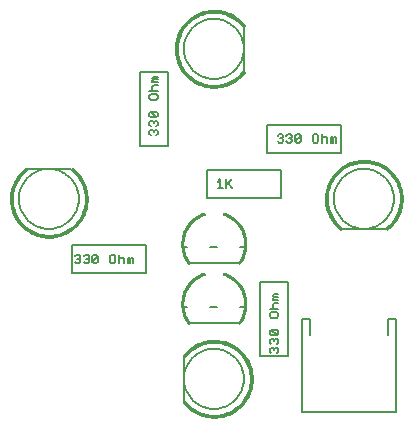
<source format=gto>
G75*
G70*
%OFA0B0*%
%FSLAX24Y24*%
%IPPOS*%
%LPD*%
%AMOC8*
5,1,8,0,0,1.08239X$1,22.5*
%
%ADD10C,0.0080*%
%ADD11C,0.0010*%
%ADD12C,0.0060*%
%ADD13C,0.0050*%
D10*
X002440Y005208D02*
X002440Y006152D01*
X004920Y006152D01*
X004920Y005208D01*
X002440Y005208D01*
X002430Y008680D02*
X000930Y008680D01*
X004708Y009440D02*
X004708Y011920D01*
X005652Y011920D01*
X005652Y009440D01*
X004708Y009440D01*
X006940Y008652D02*
X006940Y007708D01*
X009420Y007708D01*
X009420Y008652D01*
X006940Y008652D01*
X008940Y009208D02*
X011420Y009208D01*
X011420Y010152D01*
X008940Y010152D01*
X008940Y009208D01*
X011430Y006680D02*
X012930Y006680D01*
X012979Y003660D02*
X012979Y003149D01*
X012979Y003660D02*
X013255Y003660D01*
X013255Y000589D01*
X010105Y000589D01*
X010105Y003660D01*
X010381Y003660D01*
X010381Y003149D01*
X009652Y002440D02*
X008708Y002440D01*
X008708Y004920D01*
X009652Y004920D01*
X009652Y002440D01*
X008005Y003530D02*
X006355Y003530D01*
X006293Y004080D02*
X006135Y004080D01*
X007067Y004080D02*
X007293Y004080D01*
X008067Y004080D02*
X008225Y004080D01*
X008005Y005530D02*
X006355Y005530D01*
X006293Y006080D02*
X006135Y006080D01*
X007067Y006080D02*
X007293Y006080D01*
X008067Y006080D02*
X008225Y006080D01*
X006180Y002430D02*
X006180Y000930D01*
X008180Y011930D02*
X008180Y013430D01*
D11*
X008212Y013460D02*
X008140Y013406D01*
X008141Y013407D02*
X008098Y013460D01*
X008053Y013511D01*
X008004Y013559D01*
X007953Y013604D01*
X007899Y013647D01*
X007843Y013686D01*
X007785Y013722D01*
X007725Y013755D01*
X007664Y013784D01*
X007600Y013809D01*
X007536Y013831D01*
X007470Y013850D01*
X007403Y013864D01*
X007336Y013875D01*
X007268Y013882D01*
X007200Y013885D01*
X007131Y013884D01*
X007063Y013879D01*
X006995Y013871D01*
X006928Y013858D01*
X006862Y013842D01*
X006797Y013822D01*
X006732Y013799D01*
X006670Y013772D01*
X006609Y013741D01*
X006550Y013707D01*
X006492Y013670D01*
X006437Y013629D01*
X006385Y013585D01*
X006335Y013539D01*
X006288Y013490D01*
X006243Y013438D01*
X006202Y013384D01*
X006163Y013327D01*
X006128Y013268D01*
X006097Y013208D01*
X006069Y013146D01*
X006044Y013082D01*
X006023Y013017D01*
X006006Y012951D01*
X005992Y012884D01*
X005983Y012816D01*
X005977Y012748D01*
X005975Y012680D01*
X005977Y012612D01*
X005983Y012544D01*
X005992Y012476D01*
X006006Y012409D01*
X006023Y012343D01*
X006044Y012278D01*
X006069Y012214D01*
X006097Y012152D01*
X006128Y012092D01*
X006163Y012033D01*
X006202Y011976D01*
X006243Y011922D01*
X006288Y011870D01*
X006335Y011821D01*
X006385Y011775D01*
X006437Y011731D01*
X006492Y011690D01*
X006550Y011653D01*
X006609Y011619D01*
X006670Y011588D01*
X006732Y011561D01*
X006797Y011538D01*
X006862Y011518D01*
X006928Y011502D01*
X006995Y011489D01*
X007063Y011481D01*
X007131Y011476D01*
X007200Y011475D01*
X007268Y011478D01*
X007336Y011485D01*
X007403Y011496D01*
X007470Y011510D01*
X007536Y011529D01*
X007600Y011551D01*
X007664Y011576D01*
X007725Y011605D01*
X007785Y011638D01*
X007843Y011674D01*
X007899Y011713D01*
X007953Y011756D01*
X008004Y011801D01*
X008053Y011849D01*
X008098Y011900D01*
X008141Y011953D01*
X008212Y011900D01*
X008213Y011899D01*
X008169Y011844D01*
X008121Y011791D01*
X008071Y011740D01*
X008018Y011693D01*
X007963Y011649D01*
X007905Y011607D01*
X007845Y011569D01*
X007784Y011534D01*
X007720Y011503D01*
X007655Y011475D01*
X007588Y011451D01*
X007520Y011430D01*
X007451Y011414D01*
X007381Y011401D01*
X007311Y011392D01*
X007240Y011386D01*
X007169Y011385D01*
X007098Y011388D01*
X007027Y011394D01*
X006957Y011404D01*
X006888Y011418D01*
X006819Y011436D01*
X006751Y011458D01*
X006685Y011483D01*
X006620Y011512D01*
X006557Y011545D01*
X006496Y011581D01*
X006437Y011620D01*
X006380Y011662D01*
X006325Y011707D01*
X006273Y011756D01*
X006224Y011807D01*
X006177Y011860D01*
X006134Y011917D01*
X006094Y011975D01*
X006057Y012036D01*
X006023Y012098D01*
X005993Y012162D01*
X005966Y012228D01*
X005943Y012295D01*
X005924Y012364D01*
X005909Y012433D01*
X005897Y012503D01*
X005889Y012574D01*
X005885Y012645D01*
X005885Y012715D01*
X005889Y012786D01*
X005897Y012857D01*
X005909Y012927D01*
X005924Y012996D01*
X005943Y013065D01*
X005966Y013132D01*
X005993Y013198D01*
X006023Y013262D01*
X006057Y013324D01*
X006094Y013385D01*
X006134Y013443D01*
X006177Y013500D01*
X006224Y013553D01*
X006273Y013604D01*
X006325Y013653D01*
X006380Y013698D01*
X006437Y013740D01*
X006496Y013779D01*
X006557Y013815D01*
X006620Y013848D01*
X006685Y013877D01*
X006751Y013902D01*
X006819Y013924D01*
X006888Y013942D01*
X006957Y013956D01*
X007027Y013966D01*
X007098Y013972D01*
X007169Y013975D01*
X007240Y013974D01*
X007311Y013968D01*
X007381Y013959D01*
X007451Y013946D01*
X007520Y013930D01*
X007588Y013909D01*
X007655Y013885D01*
X007720Y013857D01*
X007784Y013826D01*
X007845Y013791D01*
X007905Y013753D01*
X007963Y013711D01*
X008018Y013667D01*
X008071Y013620D01*
X008121Y013569D01*
X008169Y013516D01*
X008213Y013461D01*
X008206Y013456D01*
X008161Y013511D01*
X008114Y013564D01*
X008063Y013615D01*
X008010Y013662D01*
X007954Y013707D01*
X007896Y013748D01*
X007836Y013786D01*
X007774Y013821D01*
X007710Y013852D01*
X007644Y013879D01*
X007577Y013903D01*
X007508Y013923D01*
X007439Y013940D01*
X007369Y013952D01*
X007298Y013961D01*
X007227Y013965D01*
X007156Y013966D01*
X007085Y013962D01*
X007014Y013955D01*
X006943Y013944D01*
X006874Y013929D01*
X006805Y013910D01*
X006737Y013887D01*
X006671Y013861D01*
X006606Y013831D01*
X006544Y013797D01*
X006483Y013761D01*
X006424Y013720D01*
X006367Y013677D01*
X006313Y013630D01*
X006262Y013581D01*
X006214Y013528D01*
X006168Y013474D01*
X006126Y013416D01*
X006087Y013357D01*
X006051Y013295D01*
X006018Y013232D01*
X005990Y013167D01*
X005964Y013100D01*
X005943Y013032D01*
X005925Y012963D01*
X005912Y012893D01*
X005902Y012822D01*
X005896Y012751D01*
X005894Y012680D01*
X005896Y012609D01*
X005902Y012538D01*
X005912Y012467D01*
X005925Y012397D01*
X005943Y012328D01*
X005964Y012260D01*
X005990Y012193D01*
X006018Y012128D01*
X006051Y012065D01*
X006087Y012003D01*
X006126Y011944D01*
X006168Y011886D01*
X006214Y011832D01*
X006262Y011779D01*
X006313Y011730D01*
X006367Y011683D01*
X006424Y011640D01*
X006483Y011599D01*
X006544Y011563D01*
X006606Y011529D01*
X006671Y011499D01*
X006737Y011473D01*
X006805Y011450D01*
X006874Y011431D01*
X006943Y011416D01*
X007014Y011405D01*
X007085Y011398D01*
X007156Y011394D01*
X007227Y011395D01*
X007298Y011399D01*
X007369Y011408D01*
X007439Y011420D01*
X007508Y011437D01*
X007577Y011457D01*
X007644Y011481D01*
X007710Y011508D01*
X007774Y011539D01*
X007836Y011574D01*
X007896Y011612D01*
X007954Y011653D01*
X008010Y011698D01*
X008063Y011745D01*
X008114Y011796D01*
X008161Y011849D01*
X008206Y011904D01*
X008199Y011910D01*
X008154Y011855D01*
X008107Y011802D01*
X008057Y011752D01*
X008004Y011705D01*
X007949Y011661D01*
X007891Y011619D01*
X007832Y011582D01*
X007770Y011547D01*
X007706Y011516D01*
X007641Y011489D01*
X007574Y011465D01*
X007506Y011445D01*
X007437Y011429D01*
X007368Y011417D01*
X007297Y011408D01*
X007227Y011404D01*
X007156Y011403D01*
X007085Y011407D01*
X007015Y011414D01*
X006945Y011425D01*
X006876Y011440D01*
X006808Y011459D01*
X006740Y011481D01*
X006675Y011507D01*
X006610Y011537D01*
X006548Y011570D01*
X006488Y011607D01*
X006429Y011647D01*
X006373Y011690D01*
X006319Y011736D01*
X006269Y011786D01*
X006220Y011837D01*
X006175Y011892D01*
X006133Y011949D01*
X006094Y012008D01*
X006059Y012069D01*
X006026Y012132D01*
X005998Y012197D01*
X005973Y012263D01*
X005952Y012331D01*
X005934Y012399D01*
X005921Y012469D01*
X005911Y012539D01*
X005905Y012609D01*
X005903Y012680D01*
X005905Y012751D01*
X005911Y012821D01*
X005921Y012891D01*
X005934Y012961D01*
X005952Y013029D01*
X005973Y013097D01*
X005998Y013163D01*
X006026Y013228D01*
X006059Y013291D01*
X006094Y013352D01*
X006133Y013411D01*
X006175Y013468D01*
X006220Y013523D01*
X006269Y013574D01*
X006319Y013624D01*
X006373Y013670D01*
X006429Y013713D01*
X006488Y013753D01*
X006548Y013790D01*
X006610Y013823D01*
X006675Y013853D01*
X006740Y013879D01*
X006808Y013901D01*
X006876Y013920D01*
X006945Y013935D01*
X007015Y013946D01*
X007085Y013953D01*
X007156Y013957D01*
X007227Y013956D01*
X007297Y013952D01*
X007368Y013943D01*
X007437Y013931D01*
X007506Y013915D01*
X007574Y013895D01*
X007641Y013871D01*
X007706Y013844D01*
X007770Y013813D01*
X007832Y013778D01*
X007891Y013741D01*
X007949Y013699D01*
X008004Y013655D01*
X008057Y013608D01*
X008107Y013558D01*
X008154Y013505D01*
X008199Y013450D01*
X008191Y013445D01*
X008147Y013500D01*
X008099Y013553D01*
X008049Y013603D01*
X007996Y013651D01*
X007940Y013695D01*
X007882Y013736D01*
X007822Y013773D01*
X007760Y013808D01*
X007696Y013838D01*
X007630Y013865D01*
X007563Y013889D01*
X007495Y013908D01*
X007425Y013924D01*
X007355Y013936D01*
X007285Y013944D01*
X007214Y013948D01*
X007143Y013947D01*
X007072Y013943D01*
X007001Y013935D01*
X006931Y013923D01*
X006862Y013907D01*
X006794Y013888D01*
X006726Y013864D01*
X006661Y013837D01*
X006597Y013806D01*
X006535Y013772D01*
X006475Y013734D01*
X006417Y013692D01*
X006361Y013648D01*
X006308Y013601D01*
X006258Y013550D01*
X006211Y013497D01*
X006166Y013442D01*
X006125Y013384D01*
X006088Y013324D01*
X006053Y013261D01*
X006022Y013197D01*
X005995Y013132D01*
X005972Y013065D01*
X005952Y012996D01*
X005936Y012927D01*
X005924Y012857D01*
X005916Y012786D01*
X005912Y012716D01*
X005912Y012644D01*
X005916Y012574D01*
X005924Y012503D01*
X005936Y012433D01*
X005952Y012364D01*
X005972Y012295D01*
X005995Y012228D01*
X006022Y012163D01*
X006053Y012099D01*
X006088Y012036D01*
X006125Y011976D01*
X006166Y011918D01*
X006211Y011863D01*
X006258Y011810D01*
X006308Y011759D01*
X006361Y011712D01*
X006417Y011668D01*
X006475Y011626D01*
X006535Y011588D01*
X006597Y011554D01*
X006661Y011523D01*
X006726Y011496D01*
X006794Y011472D01*
X006862Y011453D01*
X006931Y011437D01*
X007001Y011425D01*
X007072Y011417D01*
X007143Y011413D01*
X007214Y011412D01*
X007285Y011416D01*
X007355Y011424D01*
X007425Y011436D01*
X007495Y011452D01*
X007563Y011471D01*
X007630Y011495D01*
X007696Y011522D01*
X007760Y011552D01*
X007822Y011587D01*
X007882Y011624D01*
X007940Y011665D01*
X007996Y011709D01*
X008049Y011757D01*
X008099Y011807D01*
X008147Y011860D01*
X008191Y011915D01*
X008184Y011921D01*
X008140Y011866D01*
X008093Y011813D01*
X008043Y011763D01*
X007990Y011716D01*
X007935Y011672D01*
X007877Y011632D01*
X007818Y011594D01*
X007756Y011560D01*
X007692Y011530D01*
X007627Y011503D01*
X007560Y011480D01*
X007492Y011460D01*
X007424Y011445D01*
X007354Y011433D01*
X007284Y011425D01*
X007213Y011421D01*
X007143Y011422D01*
X007072Y011426D01*
X007002Y011434D01*
X006933Y011446D01*
X006864Y011461D01*
X006796Y011481D01*
X006730Y011504D01*
X006665Y011531D01*
X006601Y011562D01*
X006539Y011596D01*
X006480Y011634D01*
X006422Y011675D01*
X006367Y011719D01*
X006314Y011766D01*
X006265Y011816D01*
X006218Y011868D01*
X006174Y011924D01*
X006133Y011981D01*
X006095Y012041D01*
X006061Y012103D01*
X006031Y012166D01*
X006004Y012231D01*
X005980Y012298D01*
X005961Y012366D01*
X005945Y012435D01*
X005933Y012504D01*
X005925Y012574D01*
X005921Y012645D01*
X005921Y012715D01*
X005925Y012786D01*
X005933Y012856D01*
X005945Y012925D01*
X005961Y012994D01*
X005980Y013062D01*
X006004Y013129D01*
X006031Y013194D01*
X006061Y013257D01*
X006095Y013319D01*
X006133Y013379D01*
X006174Y013436D01*
X006218Y013492D01*
X006265Y013544D01*
X006314Y013594D01*
X006367Y013641D01*
X006422Y013685D01*
X006480Y013726D01*
X006539Y013764D01*
X006601Y013798D01*
X006665Y013829D01*
X006730Y013856D01*
X006796Y013879D01*
X006864Y013899D01*
X006933Y013914D01*
X007002Y013926D01*
X007072Y013934D01*
X007143Y013938D01*
X007213Y013939D01*
X007284Y013935D01*
X007354Y013927D01*
X007424Y013915D01*
X007492Y013900D01*
X007560Y013880D01*
X007627Y013857D01*
X007692Y013830D01*
X007756Y013800D01*
X007818Y013766D01*
X007877Y013728D01*
X007935Y013688D01*
X007990Y013644D01*
X008043Y013597D01*
X008093Y013547D01*
X008140Y013494D01*
X008184Y013439D01*
X008177Y013434D01*
X008133Y013489D01*
X008086Y013541D01*
X008037Y013590D01*
X007984Y013637D01*
X007930Y013680D01*
X007872Y013721D01*
X007813Y013758D01*
X007752Y013792D01*
X007688Y013822D01*
X007624Y013849D01*
X007557Y013872D01*
X007490Y013891D01*
X007422Y013906D01*
X007353Y013918D01*
X007283Y013926D01*
X007213Y013930D01*
X007143Y013929D01*
X007073Y013925D01*
X007004Y013917D01*
X006935Y013906D01*
X006866Y013890D01*
X006799Y013871D01*
X006733Y013847D01*
X006668Y013820D01*
X006605Y013790D01*
X006544Y013756D01*
X006485Y013719D01*
X006427Y013678D01*
X006373Y013634D01*
X006321Y013588D01*
X006271Y013538D01*
X006224Y013486D01*
X006181Y013431D01*
X006140Y013374D01*
X006103Y013315D01*
X006069Y013253D01*
X006039Y013190D01*
X006012Y013125D01*
X005989Y013059D01*
X005970Y012992D01*
X005954Y012924D01*
X005942Y012855D01*
X005934Y012785D01*
X005930Y012715D01*
X005930Y012645D01*
X005934Y012575D01*
X005942Y012505D01*
X005954Y012436D01*
X005970Y012368D01*
X005989Y012301D01*
X006012Y012235D01*
X006039Y012170D01*
X006069Y012107D01*
X006103Y012045D01*
X006140Y011986D01*
X006181Y011929D01*
X006224Y011874D01*
X006271Y011822D01*
X006321Y011772D01*
X006373Y011726D01*
X006427Y011682D01*
X006485Y011641D01*
X006544Y011604D01*
X006605Y011570D01*
X006668Y011540D01*
X006733Y011513D01*
X006799Y011489D01*
X006866Y011470D01*
X006935Y011454D01*
X007004Y011443D01*
X007073Y011435D01*
X007143Y011431D01*
X007213Y011430D01*
X007283Y011434D01*
X007353Y011442D01*
X007422Y011454D01*
X007490Y011469D01*
X007557Y011488D01*
X007624Y011511D01*
X007688Y011538D01*
X007752Y011568D01*
X007813Y011602D01*
X007872Y011639D01*
X007930Y011680D01*
X007984Y011723D01*
X008037Y011770D01*
X008086Y011819D01*
X008133Y011871D01*
X008177Y011926D01*
X008170Y011931D01*
X008126Y011877D01*
X008080Y011825D01*
X008031Y011776D01*
X007979Y011730D01*
X007924Y011687D01*
X007867Y011647D01*
X007808Y011610D01*
X007747Y011576D01*
X007685Y011546D01*
X007620Y011520D01*
X007555Y011497D01*
X007488Y011478D01*
X007420Y011462D01*
X007351Y011451D01*
X007282Y011443D01*
X007213Y011439D01*
X007143Y011440D01*
X007074Y011444D01*
X007005Y011451D01*
X006936Y011463D01*
X006869Y011479D01*
X006802Y011498D01*
X006736Y011521D01*
X006672Y011548D01*
X006609Y011578D01*
X006548Y011612D01*
X006490Y011649D01*
X006433Y011689D01*
X006379Y011732D01*
X006327Y011779D01*
X006278Y011828D01*
X006231Y011880D01*
X006188Y011934D01*
X006148Y011991D01*
X006111Y012050D01*
X006077Y012111D01*
X006047Y012174D01*
X006020Y012238D01*
X005997Y012303D01*
X005978Y012370D01*
X005963Y012438D01*
X005951Y012507D01*
X005943Y012576D01*
X005939Y012645D01*
X005939Y012715D01*
X005943Y012784D01*
X005951Y012853D01*
X005963Y012922D01*
X005978Y012990D01*
X005997Y013057D01*
X006020Y013122D01*
X006047Y013186D01*
X006077Y013249D01*
X006111Y013310D01*
X006148Y013369D01*
X006188Y013426D01*
X006231Y013480D01*
X006278Y013532D01*
X006327Y013581D01*
X006379Y013628D01*
X006433Y013671D01*
X006490Y013711D01*
X006548Y013748D01*
X006609Y013782D01*
X006672Y013812D01*
X006736Y013839D01*
X006802Y013862D01*
X006869Y013881D01*
X006936Y013897D01*
X007005Y013909D01*
X007074Y013916D01*
X007143Y013920D01*
X007213Y013921D01*
X007282Y013917D01*
X007351Y013909D01*
X007420Y013898D01*
X007488Y013882D01*
X007555Y013863D01*
X007620Y013840D01*
X007685Y013814D01*
X007747Y013784D01*
X007808Y013750D01*
X007867Y013713D01*
X007924Y013673D01*
X007979Y013630D01*
X008031Y013584D01*
X008080Y013535D01*
X008126Y013483D01*
X008170Y013429D01*
X008163Y013423D01*
X008119Y013477D01*
X008073Y013528D01*
X008024Y013577D01*
X007973Y013623D01*
X007919Y013666D01*
X007862Y013706D01*
X007804Y013742D01*
X007743Y013776D01*
X007681Y013806D01*
X007617Y013832D01*
X007552Y013854D01*
X007486Y013873D01*
X007418Y013889D01*
X007350Y013900D01*
X007282Y013908D01*
X007213Y013912D01*
X007144Y013911D01*
X007075Y013907D01*
X007006Y013900D01*
X006938Y013888D01*
X006871Y013873D01*
X006804Y013853D01*
X006739Y013830D01*
X006676Y013804D01*
X006613Y013774D01*
X006553Y013741D01*
X006495Y013704D01*
X006438Y013664D01*
X006384Y013621D01*
X006333Y013575D01*
X006284Y013526D01*
X006238Y013474D01*
X006195Y013420D01*
X006155Y013364D01*
X006119Y013305D01*
X006085Y013245D01*
X006055Y013183D01*
X006029Y013119D01*
X006006Y013054D01*
X005987Y012987D01*
X005972Y012920D01*
X005960Y012852D01*
X005952Y012783D01*
X005948Y012715D01*
X005948Y012645D01*
X005952Y012577D01*
X005960Y012508D01*
X005972Y012440D01*
X005987Y012373D01*
X006006Y012306D01*
X006029Y012241D01*
X006055Y012177D01*
X006085Y012115D01*
X006119Y012055D01*
X006155Y011996D01*
X006195Y011940D01*
X006238Y011886D01*
X006284Y011834D01*
X006333Y011785D01*
X006384Y011739D01*
X006438Y011696D01*
X006495Y011656D01*
X006553Y011619D01*
X006613Y011586D01*
X006676Y011556D01*
X006739Y011530D01*
X006804Y011507D01*
X006871Y011487D01*
X006938Y011472D01*
X007006Y011460D01*
X007075Y011453D01*
X007144Y011449D01*
X007213Y011448D01*
X007282Y011452D01*
X007350Y011460D01*
X007418Y011471D01*
X007486Y011487D01*
X007552Y011506D01*
X007617Y011528D01*
X007681Y011554D01*
X007743Y011584D01*
X007804Y011618D01*
X007862Y011654D01*
X007919Y011694D01*
X007973Y011737D01*
X008024Y011783D01*
X008073Y011832D01*
X008119Y011883D01*
X008163Y011937D01*
X008155Y011942D01*
X008112Y011888D01*
X008066Y011837D01*
X008016Y011788D01*
X007965Y011742D01*
X007910Y011699D01*
X007853Y011659D01*
X007795Y011623D01*
X007734Y011589D01*
X007671Y011560D01*
X007607Y011534D01*
X007541Y011512D01*
X007474Y011493D01*
X007407Y011478D01*
X007338Y011467D01*
X007269Y011460D01*
X007200Y011457D01*
X007131Y011458D01*
X007061Y011463D01*
X006993Y011471D01*
X006925Y011484D01*
X006857Y011500D01*
X006791Y011521D01*
X006726Y011544D01*
X006662Y011572D01*
X006600Y011603D01*
X006540Y011638D01*
X006482Y011676D01*
X006426Y011717D01*
X006373Y011761D01*
X006322Y011808D01*
X006274Y011858D01*
X006229Y011911D01*
X006187Y011966D01*
X006148Y012023D01*
X006113Y012083D01*
X006081Y012144D01*
X006052Y012207D01*
X006027Y012272D01*
X006006Y012338D01*
X005988Y012405D01*
X005975Y012473D01*
X005965Y012542D01*
X005959Y012611D01*
X005957Y012680D01*
X005959Y012749D01*
X005965Y012818D01*
X005975Y012887D01*
X005988Y012955D01*
X006006Y013022D01*
X006027Y013088D01*
X006052Y013153D01*
X006081Y013216D01*
X006113Y013277D01*
X006148Y013337D01*
X006187Y013394D01*
X006229Y013449D01*
X006274Y013502D01*
X006322Y013552D01*
X006373Y013599D01*
X006426Y013643D01*
X006482Y013684D01*
X006540Y013722D01*
X006600Y013757D01*
X006662Y013788D01*
X006726Y013816D01*
X006791Y013839D01*
X006857Y013860D01*
X006925Y013876D01*
X006993Y013889D01*
X007061Y013897D01*
X007131Y013902D01*
X007200Y013903D01*
X007269Y013900D01*
X007338Y013893D01*
X007407Y013882D01*
X007474Y013867D01*
X007541Y013848D01*
X007607Y013826D01*
X007671Y013800D01*
X007734Y013771D01*
X007795Y013737D01*
X007853Y013701D01*
X007910Y013661D01*
X007965Y013618D01*
X008016Y013572D01*
X008066Y013523D01*
X008112Y013472D01*
X008155Y013418D01*
X008148Y013412D01*
X008105Y013466D01*
X008059Y013517D01*
X008010Y013566D01*
X007959Y013611D01*
X007905Y013654D01*
X007848Y013693D01*
X007790Y013730D01*
X007730Y013763D01*
X007667Y013792D01*
X007604Y013818D01*
X007538Y013840D01*
X007472Y013858D01*
X007405Y013873D01*
X007337Y013884D01*
X007268Y013891D01*
X007200Y013894D01*
X007131Y013893D01*
X007062Y013888D01*
X006994Y013880D01*
X006926Y013867D01*
X006860Y013851D01*
X006794Y013831D01*
X006729Y013807D01*
X006666Y013780D01*
X006605Y013749D01*
X006545Y013715D01*
X006487Y013677D01*
X006432Y013636D01*
X006379Y013592D01*
X006329Y013545D01*
X006281Y013496D01*
X006236Y013444D01*
X006194Y013389D01*
X006156Y013332D01*
X006121Y013273D01*
X006089Y013212D01*
X006060Y013149D01*
X006036Y013085D01*
X006014Y013019D01*
X005997Y012953D01*
X005984Y012885D01*
X005974Y012817D01*
X005968Y012749D01*
X005966Y012680D01*
X005968Y012611D01*
X005974Y012543D01*
X005984Y012475D01*
X005997Y012407D01*
X006014Y012341D01*
X006036Y012275D01*
X006060Y012211D01*
X006089Y012148D01*
X006121Y012087D01*
X006156Y012028D01*
X006194Y011971D01*
X006236Y011916D01*
X006281Y011864D01*
X006329Y011815D01*
X006379Y011768D01*
X006432Y011724D01*
X006487Y011683D01*
X006545Y011645D01*
X006605Y011611D01*
X006666Y011580D01*
X006729Y011553D01*
X006794Y011529D01*
X006860Y011509D01*
X006926Y011493D01*
X006994Y011480D01*
X007062Y011472D01*
X007131Y011467D01*
X007200Y011466D01*
X007268Y011469D01*
X007337Y011476D01*
X007405Y011487D01*
X007472Y011502D01*
X007538Y011520D01*
X007604Y011542D01*
X007667Y011568D01*
X007730Y011597D01*
X007790Y011630D01*
X007848Y011667D01*
X007905Y011706D01*
X007959Y011749D01*
X008010Y011794D01*
X008059Y011843D01*
X008105Y011894D01*
X008148Y011948D01*
X012960Y006648D02*
X012906Y006720D01*
X012907Y006719D02*
X012960Y006762D01*
X013011Y006807D01*
X013059Y006856D01*
X013104Y006907D01*
X013147Y006961D01*
X013186Y007017D01*
X013222Y007075D01*
X013255Y007135D01*
X013284Y007196D01*
X013309Y007260D01*
X013331Y007324D01*
X013350Y007390D01*
X013364Y007457D01*
X013375Y007524D01*
X013382Y007592D01*
X013385Y007660D01*
X013384Y007729D01*
X013379Y007797D01*
X013371Y007865D01*
X013358Y007932D01*
X013342Y007998D01*
X013322Y008063D01*
X013299Y008128D01*
X013272Y008190D01*
X013241Y008251D01*
X013207Y008310D01*
X013170Y008368D01*
X013129Y008423D01*
X013085Y008475D01*
X013039Y008525D01*
X012990Y008572D01*
X012938Y008617D01*
X012884Y008658D01*
X012827Y008697D01*
X012768Y008732D01*
X012708Y008763D01*
X012646Y008791D01*
X012582Y008816D01*
X012517Y008837D01*
X012451Y008854D01*
X012384Y008868D01*
X012316Y008877D01*
X012248Y008883D01*
X012180Y008885D01*
X012112Y008883D01*
X012044Y008877D01*
X011976Y008868D01*
X011909Y008854D01*
X011843Y008837D01*
X011778Y008816D01*
X011714Y008791D01*
X011652Y008763D01*
X011592Y008732D01*
X011533Y008697D01*
X011476Y008658D01*
X011422Y008617D01*
X011370Y008572D01*
X011321Y008525D01*
X011275Y008475D01*
X011231Y008423D01*
X011190Y008368D01*
X011153Y008310D01*
X011119Y008251D01*
X011088Y008190D01*
X011061Y008128D01*
X011038Y008063D01*
X011018Y007998D01*
X011002Y007932D01*
X010989Y007865D01*
X010981Y007797D01*
X010976Y007729D01*
X010975Y007660D01*
X010978Y007592D01*
X010985Y007524D01*
X010996Y007457D01*
X011010Y007390D01*
X011029Y007324D01*
X011051Y007260D01*
X011076Y007196D01*
X011105Y007135D01*
X011138Y007075D01*
X011174Y007017D01*
X011213Y006961D01*
X011256Y006907D01*
X011301Y006856D01*
X011349Y006807D01*
X011400Y006762D01*
X011453Y006719D01*
X011400Y006648D01*
X011399Y006647D01*
X011344Y006691D01*
X011291Y006739D01*
X011240Y006789D01*
X011193Y006842D01*
X011149Y006897D01*
X011107Y006955D01*
X011069Y007015D01*
X011034Y007076D01*
X011003Y007140D01*
X010975Y007205D01*
X010951Y007272D01*
X010930Y007340D01*
X010914Y007409D01*
X010901Y007479D01*
X010892Y007549D01*
X010886Y007620D01*
X010885Y007691D01*
X010888Y007762D01*
X010894Y007833D01*
X010904Y007903D01*
X010918Y007972D01*
X010936Y008041D01*
X010958Y008109D01*
X010983Y008175D01*
X011012Y008240D01*
X011045Y008303D01*
X011081Y008364D01*
X011120Y008423D01*
X011162Y008480D01*
X011207Y008535D01*
X011256Y008587D01*
X011307Y008636D01*
X011360Y008683D01*
X011417Y008726D01*
X011475Y008766D01*
X011536Y008803D01*
X011598Y008837D01*
X011662Y008867D01*
X011728Y008894D01*
X011795Y008917D01*
X011864Y008936D01*
X011933Y008951D01*
X012003Y008963D01*
X012074Y008971D01*
X012145Y008975D01*
X012215Y008975D01*
X012286Y008971D01*
X012357Y008963D01*
X012427Y008951D01*
X012496Y008936D01*
X012565Y008917D01*
X012632Y008894D01*
X012698Y008867D01*
X012762Y008837D01*
X012824Y008803D01*
X012885Y008766D01*
X012943Y008726D01*
X013000Y008683D01*
X013053Y008636D01*
X013104Y008587D01*
X013153Y008535D01*
X013198Y008480D01*
X013240Y008423D01*
X013279Y008364D01*
X013315Y008303D01*
X013348Y008240D01*
X013377Y008175D01*
X013402Y008109D01*
X013424Y008041D01*
X013442Y007972D01*
X013456Y007903D01*
X013466Y007833D01*
X013472Y007762D01*
X013475Y007691D01*
X013474Y007620D01*
X013468Y007549D01*
X013459Y007479D01*
X013446Y007409D01*
X013430Y007340D01*
X013409Y007272D01*
X013385Y007205D01*
X013357Y007140D01*
X013326Y007076D01*
X013291Y007015D01*
X013253Y006955D01*
X013211Y006897D01*
X013167Y006842D01*
X013120Y006789D01*
X013069Y006739D01*
X013016Y006691D01*
X012961Y006647D01*
X012956Y006654D01*
X013011Y006699D01*
X013064Y006746D01*
X013115Y006797D01*
X013162Y006850D01*
X013207Y006906D01*
X013248Y006964D01*
X013286Y007024D01*
X013321Y007086D01*
X013352Y007150D01*
X013379Y007216D01*
X013403Y007283D01*
X013423Y007352D01*
X013440Y007421D01*
X013452Y007491D01*
X013461Y007562D01*
X013465Y007633D01*
X013466Y007704D01*
X013462Y007775D01*
X013455Y007846D01*
X013444Y007917D01*
X013429Y007986D01*
X013410Y008055D01*
X013387Y008123D01*
X013361Y008189D01*
X013331Y008254D01*
X013297Y008316D01*
X013261Y008377D01*
X013220Y008436D01*
X013177Y008493D01*
X013130Y008547D01*
X013081Y008598D01*
X013028Y008646D01*
X012974Y008692D01*
X012916Y008734D01*
X012857Y008773D01*
X012795Y008809D01*
X012732Y008842D01*
X012667Y008870D01*
X012600Y008896D01*
X012532Y008917D01*
X012463Y008935D01*
X012393Y008948D01*
X012322Y008958D01*
X012251Y008964D01*
X012180Y008966D01*
X012109Y008964D01*
X012038Y008958D01*
X011967Y008948D01*
X011897Y008935D01*
X011828Y008917D01*
X011760Y008896D01*
X011693Y008870D01*
X011628Y008842D01*
X011565Y008809D01*
X011503Y008773D01*
X011444Y008734D01*
X011386Y008692D01*
X011332Y008646D01*
X011279Y008598D01*
X011230Y008547D01*
X011183Y008493D01*
X011140Y008436D01*
X011099Y008377D01*
X011063Y008316D01*
X011029Y008254D01*
X010999Y008189D01*
X010973Y008123D01*
X010950Y008055D01*
X010931Y007986D01*
X010916Y007917D01*
X010905Y007846D01*
X010898Y007775D01*
X010894Y007704D01*
X010895Y007633D01*
X010899Y007562D01*
X010908Y007491D01*
X010920Y007421D01*
X010937Y007352D01*
X010957Y007283D01*
X010981Y007216D01*
X011008Y007150D01*
X011039Y007086D01*
X011074Y007024D01*
X011112Y006964D01*
X011153Y006906D01*
X011198Y006850D01*
X011245Y006797D01*
X011296Y006746D01*
X011349Y006699D01*
X011404Y006654D01*
X011410Y006661D01*
X011355Y006706D01*
X011302Y006753D01*
X011252Y006803D01*
X011205Y006856D01*
X011161Y006911D01*
X011119Y006969D01*
X011082Y007028D01*
X011047Y007090D01*
X011016Y007154D01*
X010989Y007219D01*
X010965Y007286D01*
X010945Y007354D01*
X010929Y007423D01*
X010917Y007492D01*
X010908Y007563D01*
X010904Y007633D01*
X010903Y007704D01*
X010907Y007775D01*
X010914Y007845D01*
X010925Y007915D01*
X010940Y007984D01*
X010959Y008052D01*
X010981Y008120D01*
X011007Y008185D01*
X011037Y008250D01*
X011070Y008312D01*
X011107Y008372D01*
X011147Y008431D01*
X011190Y008487D01*
X011236Y008541D01*
X011286Y008591D01*
X011337Y008640D01*
X011392Y008685D01*
X011449Y008727D01*
X011508Y008766D01*
X011569Y008801D01*
X011632Y008834D01*
X011697Y008862D01*
X011763Y008887D01*
X011831Y008908D01*
X011899Y008926D01*
X011969Y008939D01*
X012039Y008949D01*
X012109Y008955D01*
X012180Y008957D01*
X012251Y008955D01*
X012321Y008949D01*
X012391Y008939D01*
X012461Y008926D01*
X012529Y008908D01*
X012597Y008887D01*
X012663Y008862D01*
X012728Y008834D01*
X012791Y008801D01*
X012852Y008766D01*
X012911Y008727D01*
X012968Y008685D01*
X013023Y008640D01*
X013074Y008591D01*
X013124Y008541D01*
X013170Y008487D01*
X013213Y008431D01*
X013253Y008372D01*
X013290Y008312D01*
X013323Y008250D01*
X013353Y008185D01*
X013379Y008120D01*
X013401Y008052D01*
X013420Y007984D01*
X013435Y007915D01*
X013446Y007845D01*
X013453Y007775D01*
X013457Y007704D01*
X013456Y007633D01*
X013452Y007563D01*
X013443Y007492D01*
X013431Y007423D01*
X013415Y007354D01*
X013395Y007286D01*
X013371Y007219D01*
X013344Y007154D01*
X013313Y007090D01*
X013278Y007028D01*
X013241Y006969D01*
X013199Y006911D01*
X013155Y006856D01*
X013108Y006803D01*
X013058Y006753D01*
X013005Y006706D01*
X012950Y006661D01*
X012945Y006669D01*
X013000Y006713D01*
X013053Y006761D01*
X013103Y006811D01*
X013151Y006864D01*
X013195Y006920D01*
X013236Y006978D01*
X013273Y007038D01*
X013308Y007100D01*
X013338Y007164D01*
X013365Y007230D01*
X013389Y007297D01*
X013408Y007365D01*
X013424Y007435D01*
X013436Y007505D01*
X013444Y007575D01*
X013448Y007646D01*
X013447Y007717D01*
X013443Y007788D01*
X013435Y007859D01*
X013423Y007929D01*
X013407Y007998D01*
X013388Y008066D01*
X013364Y008134D01*
X013337Y008199D01*
X013306Y008263D01*
X013272Y008325D01*
X013234Y008385D01*
X013192Y008443D01*
X013148Y008499D01*
X013101Y008552D01*
X013050Y008602D01*
X012997Y008649D01*
X012942Y008694D01*
X012884Y008735D01*
X012824Y008772D01*
X012761Y008807D01*
X012697Y008838D01*
X012632Y008865D01*
X012565Y008888D01*
X012496Y008908D01*
X012427Y008924D01*
X012357Y008936D01*
X012286Y008944D01*
X012216Y008948D01*
X012144Y008948D01*
X012074Y008944D01*
X012003Y008936D01*
X011933Y008924D01*
X011864Y008908D01*
X011795Y008888D01*
X011728Y008865D01*
X011663Y008838D01*
X011599Y008807D01*
X011536Y008772D01*
X011476Y008735D01*
X011418Y008694D01*
X011363Y008649D01*
X011310Y008602D01*
X011259Y008552D01*
X011212Y008499D01*
X011168Y008443D01*
X011126Y008385D01*
X011088Y008325D01*
X011054Y008263D01*
X011023Y008199D01*
X010996Y008134D01*
X010972Y008066D01*
X010953Y007998D01*
X010937Y007929D01*
X010925Y007859D01*
X010917Y007788D01*
X010913Y007717D01*
X010912Y007646D01*
X010916Y007575D01*
X010924Y007505D01*
X010936Y007435D01*
X010952Y007365D01*
X010971Y007297D01*
X010995Y007230D01*
X011022Y007164D01*
X011052Y007100D01*
X011087Y007038D01*
X011124Y006978D01*
X011165Y006920D01*
X011209Y006864D01*
X011257Y006811D01*
X011307Y006761D01*
X011360Y006713D01*
X011415Y006669D01*
X011421Y006676D01*
X011366Y006720D01*
X011313Y006767D01*
X011263Y006817D01*
X011216Y006870D01*
X011172Y006925D01*
X011132Y006983D01*
X011094Y007042D01*
X011060Y007104D01*
X011030Y007168D01*
X011003Y007233D01*
X010980Y007300D01*
X010960Y007368D01*
X010945Y007436D01*
X010933Y007506D01*
X010925Y007576D01*
X010921Y007647D01*
X010922Y007717D01*
X010926Y007788D01*
X010934Y007858D01*
X010946Y007927D01*
X010961Y007996D01*
X010981Y008064D01*
X011004Y008130D01*
X011031Y008195D01*
X011062Y008259D01*
X011096Y008321D01*
X011134Y008380D01*
X011175Y008438D01*
X011219Y008493D01*
X011266Y008546D01*
X011316Y008595D01*
X011368Y008642D01*
X011424Y008686D01*
X011481Y008727D01*
X011541Y008765D01*
X011603Y008799D01*
X011666Y008829D01*
X011731Y008856D01*
X011798Y008880D01*
X011866Y008899D01*
X011935Y008915D01*
X012004Y008927D01*
X012074Y008935D01*
X012145Y008939D01*
X012215Y008939D01*
X012286Y008935D01*
X012356Y008927D01*
X012425Y008915D01*
X012494Y008899D01*
X012562Y008880D01*
X012629Y008856D01*
X012694Y008829D01*
X012757Y008799D01*
X012819Y008765D01*
X012879Y008727D01*
X012936Y008686D01*
X012992Y008642D01*
X013044Y008595D01*
X013094Y008546D01*
X013141Y008493D01*
X013185Y008438D01*
X013226Y008380D01*
X013264Y008321D01*
X013298Y008259D01*
X013329Y008195D01*
X013356Y008130D01*
X013379Y008064D01*
X013399Y007996D01*
X013414Y007927D01*
X013426Y007858D01*
X013434Y007788D01*
X013438Y007717D01*
X013439Y007647D01*
X013435Y007576D01*
X013427Y007506D01*
X013415Y007436D01*
X013400Y007368D01*
X013380Y007300D01*
X013357Y007233D01*
X013330Y007168D01*
X013300Y007104D01*
X013266Y007042D01*
X013228Y006983D01*
X013188Y006925D01*
X013144Y006870D01*
X013097Y006817D01*
X013047Y006767D01*
X012994Y006720D01*
X012939Y006676D01*
X012934Y006683D01*
X012989Y006727D01*
X013041Y006774D01*
X013090Y006823D01*
X013137Y006876D01*
X013180Y006930D01*
X013221Y006988D01*
X013258Y007047D01*
X013292Y007108D01*
X013322Y007172D01*
X013349Y007236D01*
X013372Y007303D01*
X013391Y007370D01*
X013406Y007438D01*
X013418Y007507D01*
X013426Y007577D01*
X013430Y007647D01*
X013429Y007717D01*
X013425Y007787D01*
X013417Y007856D01*
X013406Y007925D01*
X013390Y007994D01*
X013371Y008061D01*
X013347Y008127D01*
X013320Y008192D01*
X013290Y008255D01*
X013256Y008316D01*
X013219Y008375D01*
X013178Y008433D01*
X013134Y008487D01*
X013088Y008539D01*
X013038Y008589D01*
X012986Y008636D01*
X012931Y008679D01*
X012874Y008720D01*
X012815Y008757D01*
X012753Y008791D01*
X012690Y008821D01*
X012625Y008848D01*
X012559Y008871D01*
X012492Y008890D01*
X012424Y008906D01*
X012355Y008918D01*
X012285Y008926D01*
X012215Y008930D01*
X012145Y008930D01*
X012075Y008926D01*
X012005Y008918D01*
X011936Y008906D01*
X011868Y008890D01*
X011801Y008871D01*
X011735Y008848D01*
X011670Y008821D01*
X011607Y008791D01*
X011545Y008757D01*
X011486Y008720D01*
X011429Y008679D01*
X011374Y008636D01*
X011322Y008589D01*
X011272Y008539D01*
X011226Y008487D01*
X011182Y008433D01*
X011141Y008375D01*
X011104Y008316D01*
X011070Y008255D01*
X011040Y008192D01*
X011013Y008127D01*
X010989Y008061D01*
X010970Y007994D01*
X010954Y007925D01*
X010943Y007856D01*
X010935Y007787D01*
X010931Y007717D01*
X010930Y007647D01*
X010934Y007577D01*
X010942Y007507D01*
X010954Y007438D01*
X010969Y007370D01*
X010988Y007303D01*
X011011Y007236D01*
X011038Y007172D01*
X011068Y007108D01*
X011102Y007047D01*
X011139Y006988D01*
X011180Y006930D01*
X011223Y006876D01*
X011270Y006823D01*
X011319Y006774D01*
X011371Y006727D01*
X011426Y006683D01*
X011431Y006690D01*
X011377Y006734D01*
X011325Y006780D01*
X011276Y006829D01*
X011230Y006881D01*
X011187Y006936D01*
X011147Y006993D01*
X011110Y007052D01*
X011076Y007113D01*
X011046Y007175D01*
X011020Y007240D01*
X010997Y007305D01*
X010978Y007372D01*
X010962Y007440D01*
X010951Y007509D01*
X010943Y007578D01*
X010939Y007647D01*
X010940Y007717D01*
X010944Y007786D01*
X010951Y007855D01*
X010963Y007924D01*
X010979Y007991D01*
X010998Y008058D01*
X011021Y008124D01*
X011048Y008188D01*
X011078Y008251D01*
X011112Y008312D01*
X011149Y008370D01*
X011189Y008427D01*
X011232Y008481D01*
X011279Y008533D01*
X011328Y008582D01*
X011380Y008629D01*
X011434Y008672D01*
X011491Y008712D01*
X011550Y008749D01*
X011611Y008783D01*
X011674Y008813D01*
X011738Y008840D01*
X011803Y008863D01*
X011870Y008882D01*
X011938Y008897D01*
X012007Y008909D01*
X012076Y008917D01*
X012145Y008921D01*
X012215Y008921D01*
X012284Y008917D01*
X012353Y008909D01*
X012422Y008897D01*
X012490Y008882D01*
X012557Y008863D01*
X012622Y008840D01*
X012686Y008813D01*
X012749Y008783D01*
X012810Y008749D01*
X012869Y008712D01*
X012926Y008672D01*
X012980Y008629D01*
X013032Y008582D01*
X013081Y008533D01*
X013128Y008481D01*
X013171Y008427D01*
X013211Y008370D01*
X013248Y008312D01*
X013282Y008251D01*
X013312Y008188D01*
X013339Y008124D01*
X013362Y008058D01*
X013381Y007991D01*
X013397Y007924D01*
X013409Y007855D01*
X013416Y007786D01*
X013420Y007717D01*
X013421Y007647D01*
X013417Y007578D01*
X013409Y007509D01*
X013398Y007440D01*
X013382Y007372D01*
X013363Y007305D01*
X013340Y007240D01*
X013314Y007175D01*
X013284Y007113D01*
X013250Y007052D01*
X013213Y006993D01*
X013173Y006936D01*
X013130Y006881D01*
X013084Y006829D01*
X013035Y006780D01*
X012983Y006734D01*
X012929Y006690D01*
X012923Y006697D01*
X012977Y006741D01*
X013028Y006787D01*
X013077Y006836D01*
X013123Y006887D01*
X013166Y006941D01*
X013206Y006998D01*
X013242Y007056D01*
X013276Y007117D01*
X013306Y007179D01*
X013332Y007243D01*
X013354Y007308D01*
X013373Y007374D01*
X013389Y007442D01*
X013400Y007510D01*
X013408Y007578D01*
X013412Y007647D01*
X013411Y007716D01*
X013407Y007785D01*
X013400Y007854D01*
X013388Y007922D01*
X013373Y007989D01*
X013353Y008056D01*
X013330Y008121D01*
X013304Y008184D01*
X013274Y008247D01*
X013241Y008307D01*
X013204Y008365D01*
X013164Y008422D01*
X013121Y008476D01*
X013075Y008527D01*
X013026Y008576D01*
X012974Y008622D01*
X012920Y008665D01*
X012864Y008705D01*
X012805Y008741D01*
X012745Y008775D01*
X012683Y008805D01*
X012619Y008831D01*
X012554Y008854D01*
X012487Y008873D01*
X012420Y008888D01*
X012352Y008900D01*
X012283Y008908D01*
X012215Y008912D01*
X012145Y008912D01*
X012077Y008908D01*
X012008Y008900D01*
X011940Y008888D01*
X011873Y008873D01*
X011806Y008854D01*
X011741Y008831D01*
X011677Y008805D01*
X011615Y008775D01*
X011555Y008741D01*
X011496Y008705D01*
X011440Y008665D01*
X011386Y008622D01*
X011334Y008576D01*
X011285Y008527D01*
X011239Y008476D01*
X011196Y008422D01*
X011156Y008365D01*
X011119Y008307D01*
X011086Y008247D01*
X011056Y008184D01*
X011030Y008121D01*
X011007Y008056D01*
X010987Y007989D01*
X010972Y007922D01*
X010960Y007854D01*
X010953Y007785D01*
X010949Y007716D01*
X010948Y007647D01*
X010952Y007578D01*
X010960Y007510D01*
X010971Y007442D01*
X010987Y007374D01*
X011006Y007308D01*
X011028Y007243D01*
X011054Y007179D01*
X011084Y007117D01*
X011118Y007056D01*
X011154Y006998D01*
X011194Y006941D01*
X011237Y006887D01*
X011283Y006836D01*
X011332Y006787D01*
X011383Y006741D01*
X011437Y006697D01*
X011442Y006705D01*
X011388Y006748D01*
X011337Y006794D01*
X011288Y006844D01*
X011242Y006895D01*
X011199Y006950D01*
X011159Y007007D01*
X011123Y007065D01*
X011089Y007126D01*
X011060Y007189D01*
X011034Y007253D01*
X011012Y007319D01*
X010993Y007386D01*
X010978Y007453D01*
X010967Y007522D01*
X010960Y007591D01*
X010957Y007660D01*
X010958Y007729D01*
X010963Y007799D01*
X010971Y007867D01*
X010984Y007935D01*
X011000Y008003D01*
X011021Y008069D01*
X011044Y008134D01*
X011072Y008198D01*
X011103Y008260D01*
X011138Y008320D01*
X011176Y008378D01*
X011217Y008434D01*
X011261Y008487D01*
X011308Y008538D01*
X011358Y008586D01*
X011411Y008631D01*
X011466Y008673D01*
X011523Y008712D01*
X011583Y008747D01*
X011644Y008779D01*
X011707Y008808D01*
X011772Y008833D01*
X011838Y008854D01*
X011905Y008872D01*
X011973Y008885D01*
X012042Y008895D01*
X012111Y008901D01*
X012180Y008903D01*
X012249Y008901D01*
X012318Y008895D01*
X012387Y008885D01*
X012455Y008872D01*
X012522Y008854D01*
X012588Y008833D01*
X012653Y008808D01*
X012716Y008779D01*
X012777Y008747D01*
X012837Y008712D01*
X012894Y008673D01*
X012949Y008631D01*
X013002Y008586D01*
X013052Y008538D01*
X013099Y008487D01*
X013143Y008434D01*
X013184Y008378D01*
X013222Y008320D01*
X013257Y008260D01*
X013288Y008198D01*
X013316Y008134D01*
X013339Y008069D01*
X013360Y008003D01*
X013376Y007935D01*
X013389Y007867D01*
X013397Y007799D01*
X013402Y007729D01*
X013403Y007660D01*
X013400Y007591D01*
X013393Y007522D01*
X013382Y007453D01*
X013367Y007386D01*
X013348Y007319D01*
X013326Y007253D01*
X013300Y007189D01*
X013271Y007126D01*
X013237Y007065D01*
X013201Y007007D01*
X013161Y006950D01*
X013118Y006895D01*
X013072Y006844D01*
X013023Y006794D01*
X012972Y006748D01*
X012918Y006705D01*
X012912Y006712D01*
X012966Y006755D01*
X013017Y006801D01*
X013066Y006850D01*
X013111Y006901D01*
X013154Y006955D01*
X013193Y007012D01*
X013230Y007070D01*
X013263Y007130D01*
X013292Y007193D01*
X013318Y007256D01*
X013340Y007322D01*
X013358Y007388D01*
X013373Y007455D01*
X013384Y007523D01*
X013391Y007592D01*
X013394Y007660D01*
X013393Y007729D01*
X013388Y007798D01*
X013380Y007866D01*
X013367Y007934D01*
X013351Y008000D01*
X013331Y008066D01*
X013307Y008131D01*
X013280Y008194D01*
X013249Y008255D01*
X013215Y008315D01*
X013177Y008373D01*
X013136Y008428D01*
X013092Y008481D01*
X013045Y008531D01*
X012996Y008579D01*
X012944Y008624D01*
X012889Y008666D01*
X012832Y008704D01*
X012773Y008739D01*
X012712Y008771D01*
X012649Y008800D01*
X012585Y008824D01*
X012519Y008846D01*
X012453Y008863D01*
X012385Y008876D01*
X012317Y008886D01*
X012249Y008892D01*
X012180Y008894D01*
X012111Y008892D01*
X012043Y008886D01*
X011975Y008876D01*
X011907Y008863D01*
X011841Y008846D01*
X011775Y008824D01*
X011711Y008800D01*
X011648Y008771D01*
X011587Y008739D01*
X011528Y008704D01*
X011471Y008666D01*
X011416Y008624D01*
X011364Y008579D01*
X011315Y008531D01*
X011268Y008481D01*
X011224Y008428D01*
X011183Y008373D01*
X011145Y008315D01*
X011111Y008255D01*
X011080Y008194D01*
X011053Y008131D01*
X011029Y008066D01*
X011009Y008000D01*
X010993Y007934D01*
X010980Y007866D01*
X010972Y007798D01*
X010967Y007729D01*
X010966Y007660D01*
X010969Y007592D01*
X010976Y007523D01*
X010987Y007455D01*
X011002Y007388D01*
X011020Y007322D01*
X011042Y007256D01*
X011068Y007193D01*
X011097Y007130D01*
X011130Y007070D01*
X011167Y007012D01*
X011206Y006955D01*
X011249Y006901D01*
X011294Y006850D01*
X011343Y006801D01*
X011394Y006755D01*
X011448Y006712D01*
X008035Y005513D02*
X007980Y005556D01*
X008016Y005605D01*
X008050Y005656D01*
X008079Y005710D01*
X008106Y005765D01*
X008130Y005821D01*
X008149Y005879D01*
X008166Y005938D01*
X008179Y005998D01*
X008188Y006058D01*
X008193Y006119D01*
X008195Y006181D01*
X008193Y006242D01*
X008188Y006303D01*
X008178Y006363D01*
X008165Y006423D01*
X008149Y006482D01*
X008129Y006540D01*
X008106Y006596D01*
X008079Y006651D01*
X008049Y006705D01*
X008016Y006756D01*
X007980Y006805D01*
X007940Y006852D01*
X007899Y006897D01*
X007854Y006939D01*
X007807Y006978D01*
X007758Y007014D01*
X007707Y007048D01*
X007653Y007078D01*
X007598Y007105D01*
X007542Y007128D01*
X007484Y007148D01*
X007504Y007215D01*
X007505Y007215D01*
X007566Y007194D01*
X007627Y007169D01*
X007686Y007140D01*
X007743Y007108D01*
X007797Y007072D01*
X007850Y007033D01*
X007900Y006991D01*
X007948Y006946D01*
X007993Y006899D01*
X008035Y006849D01*
X008073Y006796D01*
X008109Y006741D01*
X008141Y006684D01*
X008170Y006625D01*
X008195Y006565D01*
X008216Y006503D01*
X008233Y006440D01*
X008247Y006376D01*
X008257Y006311D01*
X008263Y006246D01*
X008265Y006180D01*
X008263Y006115D01*
X008257Y006050D01*
X008247Y005985D01*
X008234Y005921D01*
X008216Y005858D01*
X008195Y005796D01*
X008170Y005736D01*
X008141Y005677D01*
X008109Y005620D01*
X008074Y005565D01*
X008035Y005512D01*
X008028Y005518D01*
X008066Y005570D01*
X008102Y005625D01*
X008133Y005681D01*
X008162Y005740D01*
X008187Y005800D01*
X008208Y005861D01*
X008225Y005923D01*
X008239Y005987D01*
X008248Y006051D01*
X008254Y006116D01*
X008256Y006181D01*
X008254Y006245D01*
X008248Y006310D01*
X008238Y006374D01*
X008225Y006438D01*
X008207Y006500D01*
X008186Y006561D01*
X008161Y006621D01*
X008133Y006680D01*
X008101Y006736D01*
X008066Y006791D01*
X008028Y006843D01*
X007986Y006893D01*
X007942Y006940D01*
X007894Y006985D01*
X007845Y007026D01*
X007792Y007065D01*
X007738Y007100D01*
X007681Y007132D01*
X007623Y007160D01*
X007563Y007185D01*
X007502Y007207D01*
X007499Y007198D01*
X007560Y007177D01*
X007620Y007152D01*
X007677Y007124D01*
X007733Y007092D01*
X007787Y007057D01*
X007839Y007019D01*
X007888Y006978D01*
X007935Y006934D01*
X007979Y006887D01*
X008020Y006837D01*
X008059Y006786D01*
X008093Y006732D01*
X008125Y006675D01*
X008153Y006618D01*
X008178Y006558D01*
X008199Y006497D01*
X008216Y006435D01*
X008229Y006372D01*
X008239Y006309D01*
X008245Y006245D01*
X008247Y006181D01*
X008245Y006116D01*
X008239Y006052D01*
X008230Y005989D01*
X008216Y005926D01*
X008199Y005864D01*
X008178Y005803D01*
X008154Y005743D01*
X008125Y005685D01*
X008094Y005629D01*
X008059Y005575D01*
X008021Y005523D01*
X008014Y005529D01*
X008052Y005580D01*
X008086Y005634D01*
X008118Y005690D01*
X008145Y005747D01*
X008170Y005806D01*
X008190Y005866D01*
X008207Y005928D01*
X008221Y005990D01*
X008230Y006053D01*
X008236Y006117D01*
X008238Y006181D01*
X008236Y006244D01*
X008230Y006308D01*
X008221Y006371D01*
X008207Y006433D01*
X008190Y006495D01*
X008169Y006555D01*
X008145Y006614D01*
X008117Y006671D01*
X008086Y006727D01*
X008051Y006780D01*
X008013Y006832D01*
X007973Y006881D01*
X007929Y006927D01*
X007882Y006971D01*
X007834Y007012D01*
X007782Y007050D01*
X007729Y007085D01*
X007673Y007116D01*
X007616Y007144D01*
X007557Y007169D01*
X007497Y007189D01*
X007494Y007181D01*
X007554Y007160D01*
X007612Y007136D01*
X007669Y007108D01*
X007724Y007077D01*
X007777Y007042D01*
X007828Y007005D01*
X007877Y006964D01*
X007923Y006921D01*
X007966Y006875D01*
X008006Y006826D01*
X008044Y006775D01*
X008078Y006722D01*
X008109Y006667D01*
X008137Y006610D01*
X008161Y006552D01*
X008182Y006492D01*
X008199Y006431D01*
X008212Y006369D01*
X008221Y006307D01*
X008227Y006244D01*
X008229Y006181D01*
X008227Y006117D01*
X008221Y006054D01*
X008212Y005992D01*
X008199Y005930D01*
X008182Y005869D01*
X008161Y005809D01*
X008137Y005751D01*
X008110Y005694D01*
X008079Y005639D01*
X008044Y005586D01*
X008007Y005535D01*
X008000Y005540D01*
X008037Y005591D01*
X008071Y005643D01*
X008102Y005698D01*
X008129Y005754D01*
X008153Y005812D01*
X008173Y005872D01*
X008190Y005932D01*
X008203Y005993D01*
X008213Y006055D01*
X008218Y006118D01*
X008220Y006181D01*
X008218Y006243D01*
X008212Y006306D01*
X008203Y006368D01*
X008190Y006429D01*
X008173Y006489D01*
X008152Y006549D01*
X008129Y006607D01*
X008101Y006663D01*
X008070Y006718D01*
X008036Y006770D01*
X007999Y006821D01*
X007959Y006869D01*
X007916Y006915D01*
X007871Y006958D01*
X007822Y006998D01*
X007772Y007035D01*
X007719Y007069D01*
X007665Y007100D01*
X007609Y007128D01*
X007551Y007152D01*
X007491Y007172D01*
X007489Y007164D01*
X007547Y007143D01*
X007605Y007119D01*
X007661Y007092D01*
X007715Y007061D01*
X007767Y007028D01*
X007817Y006991D01*
X007865Y006951D01*
X007910Y006908D01*
X007952Y006863D01*
X007992Y006815D01*
X008029Y006765D01*
X008063Y006713D01*
X008093Y006659D01*
X008120Y006603D01*
X008144Y006545D01*
X008164Y006487D01*
X008181Y006427D01*
X008194Y006366D01*
X008203Y006305D01*
X008209Y006243D01*
X008211Y006181D01*
X008209Y006118D01*
X008204Y006057D01*
X008194Y005995D01*
X008181Y005934D01*
X008165Y005874D01*
X008144Y005816D01*
X008121Y005758D01*
X008094Y005702D01*
X008063Y005648D01*
X008030Y005596D01*
X007993Y005546D01*
X007986Y005551D01*
X008022Y005601D01*
X008055Y005653D01*
X008086Y005706D01*
X008113Y005762D01*
X008136Y005819D01*
X008156Y005877D01*
X008173Y005936D01*
X008185Y005997D01*
X008195Y006058D01*
X008200Y006119D01*
X008202Y006181D01*
X008200Y006242D01*
X008195Y006303D01*
X008185Y006364D01*
X008172Y006425D01*
X008156Y006484D01*
X008136Y006542D01*
X008112Y006599D01*
X008085Y006655D01*
X008055Y006708D01*
X008022Y006760D01*
X007985Y006810D01*
X007946Y006857D01*
X007903Y006902D01*
X007859Y006944D01*
X007811Y006984D01*
X007762Y007020D01*
X007710Y007054D01*
X007656Y007084D01*
X007601Y007111D01*
X007544Y007135D01*
X007486Y007155D01*
X006856Y007215D02*
X006876Y007148D01*
X006818Y007128D01*
X006762Y007105D01*
X006707Y007078D01*
X006654Y007048D01*
X006602Y007014D01*
X006553Y006978D01*
X006506Y006939D01*
X006462Y006897D01*
X006420Y006852D01*
X006380Y006805D01*
X006344Y006756D01*
X006311Y006705D01*
X006281Y006651D01*
X006254Y006596D01*
X006231Y006540D01*
X006211Y006482D01*
X006195Y006423D01*
X006182Y006363D01*
X006172Y006303D01*
X006167Y006242D01*
X006165Y006181D01*
X006167Y006119D01*
X006172Y006058D01*
X006181Y005998D01*
X006194Y005938D01*
X006211Y005879D01*
X006230Y005821D01*
X006254Y005765D01*
X006281Y005710D01*
X006310Y005656D01*
X006344Y005605D01*
X006380Y005556D01*
X006325Y005513D01*
X006325Y005512D01*
X006286Y005565D01*
X006251Y005620D01*
X006219Y005677D01*
X006190Y005736D01*
X006165Y005796D01*
X006144Y005858D01*
X006126Y005921D01*
X006113Y005985D01*
X006103Y006050D01*
X006097Y006115D01*
X006095Y006181D01*
X006097Y006246D01*
X006103Y006311D01*
X006113Y006376D01*
X006127Y006440D01*
X006144Y006503D01*
X006165Y006565D01*
X006190Y006625D01*
X006219Y006684D01*
X006251Y006741D01*
X006287Y006796D01*
X006325Y006849D01*
X006367Y006899D01*
X006412Y006946D01*
X006460Y006991D01*
X006510Y007033D01*
X006563Y007072D01*
X006617Y007108D01*
X006674Y007140D01*
X006733Y007169D01*
X006794Y007194D01*
X006855Y007215D01*
X006858Y007207D01*
X006797Y007185D01*
X006737Y007160D01*
X006679Y007132D01*
X006622Y007100D01*
X006568Y007065D01*
X006515Y007026D01*
X006466Y006985D01*
X006418Y006940D01*
X006374Y006893D01*
X006333Y006843D01*
X006294Y006791D01*
X006259Y006736D01*
X006227Y006680D01*
X006199Y006621D01*
X006174Y006561D01*
X006153Y006500D01*
X006135Y006438D01*
X006122Y006374D01*
X006112Y006310D01*
X006106Y006245D01*
X006104Y006181D01*
X006106Y006116D01*
X006112Y006051D01*
X006121Y005987D01*
X006135Y005923D01*
X006152Y005861D01*
X006173Y005800D01*
X006198Y005740D01*
X006227Y005681D01*
X006258Y005625D01*
X006293Y005570D01*
X006332Y005518D01*
X006339Y005523D01*
X006301Y005575D01*
X006266Y005629D01*
X006235Y005685D01*
X006206Y005743D01*
X006182Y005803D01*
X006161Y005864D01*
X006144Y005926D01*
X006130Y005989D01*
X006121Y006052D01*
X006115Y006116D01*
X006113Y006181D01*
X006115Y006245D01*
X006121Y006309D01*
X006131Y006372D01*
X006144Y006435D01*
X006161Y006497D01*
X006182Y006558D01*
X006207Y006618D01*
X006235Y006675D01*
X006267Y006732D01*
X006301Y006786D01*
X006340Y006837D01*
X006381Y006887D01*
X006425Y006934D01*
X006472Y006978D01*
X006521Y007019D01*
X006573Y007057D01*
X006627Y007092D01*
X006683Y007124D01*
X006740Y007152D01*
X006800Y007177D01*
X006861Y007198D01*
X006863Y007189D01*
X006803Y007169D01*
X006744Y007144D01*
X006687Y007116D01*
X006631Y007085D01*
X006578Y007050D01*
X006526Y007012D01*
X006478Y006971D01*
X006431Y006927D01*
X006387Y006881D01*
X006347Y006832D01*
X006309Y006780D01*
X006274Y006727D01*
X006243Y006671D01*
X006215Y006614D01*
X006191Y006555D01*
X006170Y006495D01*
X006153Y006433D01*
X006139Y006371D01*
X006130Y006308D01*
X006124Y006244D01*
X006122Y006181D01*
X006124Y006117D01*
X006130Y006053D01*
X006139Y005990D01*
X006152Y005928D01*
X006170Y005866D01*
X006190Y005806D01*
X006215Y005747D01*
X006242Y005690D01*
X006274Y005634D01*
X006308Y005580D01*
X006346Y005529D01*
X006353Y005535D01*
X006316Y005586D01*
X006281Y005639D01*
X006250Y005694D01*
X006223Y005751D01*
X006199Y005809D01*
X006178Y005869D01*
X006161Y005930D01*
X006148Y005992D01*
X006139Y006054D01*
X006133Y006117D01*
X006131Y006181D01*
X006133Y006244D01*
X006139Y006307D01*
X006148Y006369D01*
X006161Y006431D01*
X006178Y006492D01*
X006199Y006552D01*
X006223Y006610D01*
X006251Y006667D01*
X006282Y006722D01*
X006316Y006775D01*
X006354Y006826D01*
X006394Y006875D01*
X006437Y006921D01*
X006483Y006964D01*
X006532Y007005D01*
X006583Y007042D01*
X006636Y007077D01*
X006691Y007108D01*
X006748Y007136D01*
X006806Y007160D01*
X006866Y007181D01*
X006869Y007172D01*
X006809Y007152D01*
X006752Y007128D01*
X006695Y007100D01*
X006641Y007069D01*
X006588Y007035D01*
X006538Y006998D01*
X006489Y006958D01*
X006444Y006915D01*
X006401Y006869D01*
X006361Y006821D01*
X006324Y006770D01*
X006290Y006718D01*
X006259Y006663D01*
X006231Y006607D01*
X006208Y006549D01*
X006187Y006489D01*
X006170Y006429D01*
X006157Y006368D01*
X006148Y006306D01*
X006142Y006243D01*
X006140Y006181D01*
X006142Y006118D01*
X006147Y006055D01*
X006157Y005993D01*
X006170Y005932D01*
X006187Y005872D01*
X006207Y005812D01*
X006231Y005754D01*
X006258Y005698D01*
X006289Y005643D01*
X006323Y005591D01*
X006360Y005540D01*
X006367Y005546D01*
X006330Y005596D01*
X006297Y005648D01*
X006266Y005702D01*
X006239Y005758D01*
X006216Y005816D01*
X006195Y005874D01*
X006179Y005934D01*
X006166Y005995D01*
X006156Y006057D01*
X006151Y006118D01*
X006149Y006181D01*
X006151Y006243D01*
X006157Y006305D01*
X006166Y006366D01*
X006179Y006427D01*
X006196Y006487D01*
X006216Y006545D01*
X006240Y006603D01*
X006267Y006659D01*
X006297Y006713D01*
X006331Y006765D01*
X006368Y006815D01*
X006408Y006863D01*
X006450Y006908D01*
X006495Y006951D01*
X006543Y006991D01*
X006593Y007028D01*
X006645Y007061D01*
X006699Y007092D01*
X006755Y007119D01*
X006813Y007143D01*
X006871Y007164D01*
X006874Y007155D01*
X006816Y007135D01*
X006759Y007111D01*
X006704Y007084D01*
X006650Y007054D01*
X006598Y007020D01*
X006549Y006984D01*
X006501Y006944D01*
X006457Y006902D01*
X006414Y006857D01*
X006375Y006810D01*
X006339Y006760D01*
X006305Y006708D01*
X006275Y006655D01*
X006248Y006599D01*
X006224Y006542D01*
X006204Y006484D01*
X006188Y006425D01*
X006175Y006364D01*
X006165Y006304D01*
X006160Y006242D01*
X006158Y006181D01*
X006160Y006119D01*
X006165Y006058D01*
X006175Y005997D01*
X006187Y005936D01*
X006204Y005877D01*
X006224Y005819D01*
X006247Y005762D01*
X006274Y005706D01*
X006304Y005653D01*
X006338Y005601D01*
X006374Y005551D01*
X006856Y005215D02*
X006876Y005148D01*
X006818Y005128D01*
X006762Y005105D01*
X006707Y005078D01*
X006654Y005048D01*
X006602Y005014D01*
X006553Y004978D01*
X006506Y004939D01*
X006462Y004897D01*
X006420Y004852D01*
X006380Y004805D01*
X006344Y004756D01*
X006311Y004705D01*
X006281Y004651D01*
X006254Y004596D01*
X006231Y004540D01*
X006211Y004482D01*
X006195Y004423D01*
X006182Y004363D01*
X006172Y004303D01*
X006167Y004242D01*
X006165Y004181D01*
X006167Y004119D01*
X006172Y004058D01*
X006181Y003998D01*
X006194Y003938D01*
X006211Y003879D01*
X006230Y003821D01*
X006254Y003765D01*
X006281Y003710D01*
X006310Y003656D01*
X006344Y003605D01*
X006380Y003556D01*
X006325Y003513D01*
X006325Y003512D01*
X006286Y003565D01*
X006251Y003620D01*
X006219Y003677D01*
X006190Y003736D01*
X006165Y003796D01*
X006144Y003858D01*
X006126Y003921D01*
X006113Y003985D01*
X006103Y004050D01*
X006097Y004115D01*
X006095Y004181D01*
X006097Y004246D01*
X006103Y004311D01*
X006113Y004376D01*
X006127Y004440D01*
X006144Y004503D01*
X006165Y004565D01*
X006190Y004625D01*
X006219Y004684D01*
X006251Y004741D01*
X006287Y004796D01*
X006325Y004849D01*
X006367Y004899D01*
X006412Y004946D01*
X006460Y004991D01*
X006510Y005033D01*
X006563Y005072D01*
X006617Y005108D01*
X006674Y005140D01*
X006733Y005169D01*
X006794Y005194D01*
X006855Y005215D01*
X006858Y005207D01*
X006797Y005185D01*
X006737Y005160D01*
X006679Y005132D01*
X006622Y005100D01*
X006568Y005065D01*
X006515Y005026D01*
X006466Y004985D01*
X006418Y004940D01*
X006374Y004893D01*
X006333Y004843D01*
X006294Y004791D01*
X006259Y004736D01*
X006227Y004680D01*
X006199Y004621D01*
X006174Y004561D01*
X006153Y004500D01*
X006135Y004438D01*
X006122Y004374D01*
X006112Y004310D01*
X006106Y004245D01*
X006104Y004181D01*
X006106Y004116D01*
X006112Y004051D01*
X006121Y003987D01*
X006135Y003923D01*
X006152Y003861D01*
X006173Y003800D01*
X006198Y003740D01*
X006227Y003681D01*
X006258Y003625D01*
X006293Y003570D01*
X006332Y003518D01*
X006339Y003523D01*
X006301Y003575D01*
X006266Y003629D01*
X006235Y003685D01*
X006206Y003743D01*
X006182Y003803D01*
X006161Y003864D01*
X006144Y003926D01*
X006130Y003989D01*
X006121Y004052D01*
X006115Y004116D01*
X006113Y004181D01*
X006115Y004245D01*
X006121Y004309D01*
X006131Y004372D01*
X006144Y004435D01*
X006161Y004497D01*
X006182Y004558D01*
X006207Y004618D01*
X006235Y004675D01*
X006267Y004732D01*
X006301Y004786D01*
X006340Y004837D01*
X006381Y004887D01*
X006425Y004934D01*
X006472Y004978D01*
X006521Y005019D01*
X006573Y005057D01*
X006627Y005092D01*
X006683Y005124D01*
X006740Y005152D01*
X006800Y005177D01*
X006861Y005198D01*
X006863Y005189D01*
X006803Y005169D01*
X006744Y005144D01*
X006687Y005116D01*
X006631Y005085D01*
X006578Y005050D01*
X006526Y005012D01*
X006478Y004971D01*
X006431Y004927D01*
X006387Y004881D01*
X006347Y004832D01*
X006309Y004780D01*
X006274Y004727D01*
X006243Y004671D01*
X006215Y004614D01*
X006191Y004555D01*
X006170Y004495D01*
X006153Y004433D01*
X006139Y004371D01*
X006130Y004308D01*
X006124Y004244D01*
X006122Y004181D01*
X006124Y004117D01*
X006130Y004053D01*
X006139Y003990D01*
X006152Y003928D01*
X006170Y003866D01*
X006190Y003806D01*
X006215Y003747D01*
X006242Y003690D01*
X006274Y003634D01*
X006308Y003580D01*
X006346Y003529D01*
X006353Y003535D01*
X006316Y003586D01*
X006281Y003639D01*
X006250Y003694D01*
X006223Y003751D01*
X006199Y003809D01*
X006178Y003869D01*
X006161Y003930D01*
X006148Y003992D01*
X006139Y004054D01*
X006133Y004117D01*
X006131Y004181D01*
X006133Y004244D01*
X006139Y004307D01*
X006148Y004369D01*
X006161Y004431D01*
X006178Y004492D01*
X006199Y004552D01*
X006223Y004610D01*
X006251Y004667D01*
X006282Y004722D01*
X006316Y004775D01*
X006354Y004826D01*
X006394Y004875D01*
X006437Y004921D01*
X006483Y004964D01*
X006532Y005005D01*
X006583Y005042D01*
X006636Y005077D01*
X006691Y005108D01*
X006748Y005136D01*
X006806Y005160D01*
X006866Y005181D01*
X006869Y005172D01*
X006809Y005152D01*
X006752Y005128D01*
X006695Y005100D01*
X006641Y005069D01*
X006588Y005035D01*
X006538Y004998D01*
X006489Y004958D01*
X006444Y004915D01*
X006401Y004869D01*
X006361Y004821D01*
X006324Y004770D01*
X006290Y004718D01*
X006259Y004663D01*
X006231Y004607D01*
X006208Y004549D01*
X006187Y004489D01*
X006170Y004429D01*
X006157Y004368D01*
X006148Y004306D01*
X006142Y004243D01*
X006140Y004181D01*
X006142Y004118D01*
X006147Y004055D01*
X006157Y003993D01*
X006170Y003932D01*
X006187Y003872D01*
X006207Y003812D01*
X006231Y003754D01*
X006258Y003698D01*
X006289Y003643D01*
X006323Y003591D01*
X006360Y003540D01*
X006367Y003546D01*
X006330Y003596D01*
X006297Y003648D01*
X006266Y003702D01*
X006239Y003758D01*
X006216Y003816D01*
X006195Y003874D01*
X006179Y003934D01*
X006166Y003995D01*
X006156Y004057D01*
X006151Y004118D01*
X006149Y004181D01*
X006151Y004243D01*
X006157Y004305D01*
X006166Y004366D01*
X006179Y004427D01*
X006196Y004487D01*
X006216Y004545D01*
X006240Y004603D01*
X006267Y004659D01*
X006297Y004713D01*
X006331Y004765D01*
X006368Y004815D01*
X006408Y004863D01*
X006450Y004908D01*
X006495Y004951D01*
X006543Y004991D01*
X006593Y005028D01*
X006645Y005061D01*
X006699Y005092D01*
X006755Y005119D01*
X006813Y005143D01*
X006871Y005164D01*
X006874Y005155D01*
X006816Y005135D01*
X006759Y005111D01*
X006704Y005084D01*
X006650Y005054D01*
X006598Y005020D01*
X006549Y004984D01*
X006501Y004944D01*
X006457Y004902D01*
X006414Y004857D01*
X006375Y004810D01*
X006339Y004760D01*
X006305Y004708D01*
X006275Y004655D01*
X006248Y004599D01*
X006224Y004542D01*
X006204Y004484D01*
X006188Y004425D01*
X006175Y004364D01*
X006165Y004304D01*
X006160Y004242D01*
X006158Y004181D01*
X006160Y004119D01*
X006165Y004058D01*
X006175Y003997D01*
X006187Y003936D01*
X006204Y003877D01*
X006224Y003819D01*
X006247Y003762D01*
X006274Y003706D01*
X006304Y003653D01*
X006338Y003601D01*
X006374Y003551D01*
X008035Y003513D02*
X007980Y003556D01*
X008016Y003605D01*
X008050Y003656D01*
X008079Y003710D01*
X008106Y003765D01*
X008130Y003821D01*
X008149Y003879D01*
X008166Y003938D01*
X008179Y003998D01*
X008188Y004058D01*
X008193Y004119D01*
X008195Y004181D01*
X008193Y004242D01*
X008188Y004303D01*
X008178Y004363D01*
X008165Y004423D01*
X008149Y004482D01*
X008129Y004540D01*
X008106Y004596D01*
X008079Y004651D01*
X008049Y004705D01*
X008016Y004756D01*
X007980Y004805D01*
X007940Y004852D01*
X007899Y004897D01*
X007854Y004939D01*
X007807Y004978D01*
X007758Y005014D01*
X007707Y005048D01*
X007653Y005078D01*
X007598Y005105D01*
X007542Y005128D01*
X007484Y005148D01*
X007504Y005215D01*
X007505Y005215D01*
X007566Y005194D01*
X007627Y005169D01*
X007686Y005140D01*
X007743Y005108D01*
X007797Y005072D01*
X007850Y005033D01*
X007900Y004991D01*
X007948Y004946D01*
X007993Y004899D01*
X008035Y004849D01*
X008073Y004796D01*
X008109Y004741D01*
X008141Y004684D01*
X008170Y004625D01*
X008195Y004565D01*
X008216Y004503D01*
X008233Y004440D01*
X008247Y004376D01*
X008257Y004311D01*
X008263Y004246D01*
X008265Y004180D01*
X008263Y004115D01*
X008257Y004050D01*
X008247Y003985D01*
X008234Y003921D01*
X008216Y003858D01*
X008195Y003796D01*
X008170Y003736D01*
X008141Y003677D01*
X008109Y003620D01*
X008074Y003565D01*
X008035Y003512D01*
X008028Y003518D01*
X008066Y003570D01*
X008102Y003625D01*
X008133Y003681D01*
X008162Y003740D01*
X008187Y003800D01*
X008208Y003861D01*
X008225Y003923D01*
X008239Y003987D01*
X008248Y004051D01*
X008254Y004116D01*
X008256Y004181D01*
X008254Y004245D01*
X008248Y004310D01*
X008238Y004374D01*
X008225Y004438D01*
X008207Y004500D01*
X008186Y004561D01*
X008161Y004621D01*
X008133Y004680D01*
X008101Y004736D01*
X008066Y004791D01*
X008028Y004843D01*
X007986Y004893D01*
X007942Y004940D01*
X007894Y004985D01*
X007845Y005026D01*
X007792Y005065D01*
X007738Y005100D01*
X007681Y005132D01*
X007623Y005160D01*
X007563Y005185D01*
X007502Y005207D01*
X007499Y005198D01*
X007560Y005177D01*
X007620Y005152D01*
X007677Y005124D01*
X007733Y005092D01*
X007787Y005057D01*
X007839Y005019D01*
X007888Y004978D01*
X007935Y004934D01*
X007979Y004887D01*
X008020Y004837D01*
X008059Y004786D01*
X008093Y004732D01*
X008125Y004675D01*
X008153Y004618D01*
X008178Y004558D01*
X008199Y004497D01*
X008216Y004435D01*
X008229Y004372D01*
X008239Y004309D01*
X008245Y004245D01*
X008247Y004181D01*
X008245Y004116D01*
X008239Y004052D01*
X008230Y003989D01*
X008216Y003926D01*
X008199Y003864D01*
X008178Y003803D01*
X008154Y003743D01*
X008125Y003685D01*
X008094Y003629D01*
X008059Y003575D01*
X008021Y003523D01*
X008014Y003529D01*
X008052Y003580D01*
X008086Y003634D01*
X008118Y003690D01*
X008145Y003747D01*
X008170Y003806D01*
X008190Y003866D01*
X008207Y003928D01*
X008221Y003990D01*
X008230Y004053D01*
X008236Y004117D01*
X008238Y004181D01*
X008236Y004244D01*
X008230Y004308D01*
X008221Y004371D01*
X008207Y004433D01*
X008190Y004495D01*
X008169Y004555D01*
X008145Y004614D01*
X008117Y004671D01*
X008086Y004727D01*
X008051Y004780D01*
X008013Y004832D01*
X007973Y004881D01*
X007929Y004927D01*
X007882Y004971D01*
X007834Y005012D01*
X007782Y005050D01*
X007729Y005085D01*
X007673Y005116D01*
X007616Y005144D01*
X007557Y005169D01*
X007497Y005189D01*
X007494Y005181D01*
X007554Y005160D01*
X007612Y005136D01*
X007669Y005108D01*
X007724Y005077D01*
X007777Y005042D01*
X007828Y005005D01*
X007877Y004964D01*
X007923Y004921D01*
X007966Y004875D01*
X008006Y004826D01*
X008044Y004775D01*
X008078Y004722D01*
X008109Y004667D01*
X008137Y004610D01*
X008161Y004552D01*
X008182Y004492D01*
X008199Y004431D01*
X008212Y004369D01*
X008221Y004307D01*
X008227Y004244D01*
X008229Y004181D01*
X008227Y004117D01*
X008221Y004054D01*
X008212Y003992D01*
X008199Y003930D01*
X008182Y003869D01*
X008161Y003809D01*
X008137Y003751D01*
X008110Y003694D01*
X008079Y003639D01*
X008044Y003586D01*
X008007Y003535D01*
X008000Y003540D01*
X008037Y003591D01*
X008071Y003643D01*
X008102Y003698D01*
X008129Y003754D01*
X008153Y003812D01*
X008173Y003872D01*
X008190Y003932D01*
X008203Y003993D01*
X008213Y004055D01*
X008218Y004118D01*
X008220Y004181D01*
X008218Y004243D01*
X008212Y004306D01*
X008203Y004368D01*
X008190Y004429D01*
X008173Y004489D01*
X008152Y004549D01*
X008129Y004607D01*
X008101Y004663D01*
X008070Y004718D01*
X008036Y004770D01*
X007999Y004821D01*
X007959Y004869D01*
X007916Y004915D01*
X007871Y004958D01*
X007822Y004998D01*
X007772Y005035D01*
X007719Y005069D01*
X007665Y005100D01*
X007609Y005128D01*
X007551Y005152D01*
X007491Y005172D01*
X007489Y005164D01*
X007547Y005143D01*
X007605Y005119D01*
X007661Y005092D01*
X007715Y005061D01*
X007767Y005028D01*
X007817Y004991D01*
X007865Y004951D01*
X007910Y004908D01*
X007952Y004863D01*
X007992Y004815D01*
X008029Y004765D01*
X008063Y004713D01*
X008093Y004659D01*
X008120Y004603D01*
X008144Y004545D01*
X008164Y004487D01*
X008181Y004427D01*
X008194Y004366D01*
X008203Y004305D01*
X008209Y004243D01*
X008211Y004181D01*
X008209Y004118D01*
X008204Y004057D01*
X008194Y003995D01*
X008181Y003934D01*
X008165Y003874D01*
X008144Y003816D01*
X008121Y003758D01*
X008094Y003702D01*
X008063Y003648D01*
X008030Y003596D01*
X007993Y003546D01*
X007986Y003551D01*
X008022Y003601D01*
X008055Y003653D01*
X008086Y003706D01*
X008113Y003762D01*
X008136Y003819D01*
X008156Y003877D01*
X008173Y003936D01*
X008185Y003997D01*
X008195Y004058D01*
X008200Y004119D01*
X008202Y004181D01*
X008200Y004242D01*
X008195Y004303D01*
X008185Y004364D01*
X008172Y004425D01*
X008156Y004484D01*
X008136Y004542D01*
X008112Y004599D01*
X008085Y004655D01*
X008055Y004708D01*
X008022Y004760D01*
X007985Y004810D01*
X007946Y004857D01*
X007903Y004902D01*
X007859Y004944D01*
X007811Y004984D01*
X007762Y005020D01*
X007710Y005054D01*
X007656Y005084D01*
X007601Y005111D01*
X007544Y005135D01*
X007486Y005155D01*
X006148Y000900D02*
X006220Y000954D01*
X006219Y000953D02*
X006262Y000900D01*
X006307Y000849D01*
X006356Y000801D01*
X006407Y000756D01*
X006461Y000713D01*
X006517Y000674D01*
X006575Y000638D01*
X006635Y000605D01*
X006696Y000576D01*
X006760Y000551D01*
X006824Y000529D01*
X006890Y000510D01*
X006957Y000496D01*
X007024Y000485D01*
X007092Y000478D01*
X007160Y000475D01*
X007229Y000476D01*
X007297Y000481D01*
X007365Y000489D01*
X007432Y000502D01*
X007498Y000518D01*
X007563Y000538D01*
X007628Y000561D01*
X007690Y000588D01*
X007751Y000619D01*
X007810Y000653D01*
X007868Y000690D01*
X007923Y000731D01*
X007975Y000775D01*
X008025Y000821D01*
X008072Y000870D01*
X008117Y000922D01*
X008158Y000976D01*
X008197Y001033D01*
X008232Y001092D01*
X008263Y001152D01*
X008291Y001214D01*
X008316Y001278D01*
X008337Y001343D01*
X008354Y001409D01*
X008368Y001476D01*
X008377Y001544D01*
X008383Y001612D01*
X008385Y001680D01*
X008383Y001748D01*
X008377Y001816D01*
X008368Y001884D01*
X008354Y001951D01*
X008337Y002017D01*
X008316Y002082D01*
X008291Y002146D01*
X008263Y002208D01*
X008232Y002268D01*
X008197Y002327D01*
X008158Y002384D01*
X008117Y002438D01*
X008072Y002490D01*
X008025Y002539D01*
X007975Y002585D01*
X007923Y002629D01*
X007868Y002670D01*
X007810Y002707D01*
X007751Y002741D01*
X007690Y002772D01*
X007628Y002799D01*
X007563Y002822D01*
X007498Y002842D01*
X007432Y002858D01*
X007365Y002871D01*
X007297Y002879D01*
X007229Y002884D01*
X007160Y002885D01*
X007092Y002882D01*
X007024Y002875D01*
X006957Y002864D01*
X006890Y002850D01*
X006824Y002831D01*
X006760Y002809D01*
X006696Y002784D01*
X006635Y002755D01*
X006575Y002722D01*
X006517Y002686D01*
X006461Y002647D01*
X006407Y002604D01*
X006356Y002559D01*
X006307Y002511D01*
X006262Y002460D01*
X006219Y002407D01*
X006148Y002460D01*
X006147Y002461D01*
X006191Y002516D01*
X006239Y002569D01*
X006289Y002620D01*
X006342Y002667D01*
X006397Y002711D01*
X006455Y002753D01*
X006515Y002791D01*
X006576Y002826D01*
X006640Y002857D01*
X006705Y002885D01*
X006772Y002909D01*
X006840Y002930D01*
X006909Y002946D01*
X006979Y002959D01*
X007049Y002968D01*
X007120Y002974D01*
X007191Y002975D01*
X007262Y002972D01*
X007333Y002966D01*
X007403Y002956D01*
X007472Y002942D01*
X007541Y002924D01*
X007609Y002902D01*
X007675Y002877D01*
X007740Y002848D01*
X007803Y002815D01*
X007864Y002779D01*
X007923Y002740D01*
X007980Y002698D01*
X008035Y002653D01*
X008087Y002604D01*
X008136Y002553D01*
X008183Y002500D01*
X008226Y002443D01*
X008266Y002385D01*
X008303Y002324D01*
X008337Y002262D01*
X008367Y002198D01*
X008394Y002132D01*
X008417Y002065D01*
X008436Y001996D01*
X008451Y001927D01*
X008463Y001857D01*
X008471Y001786D01*
X008475Y001715D01*
X008475Y001645D01*
X008471Y001574D01*
X008463Y001503D01*
X008451Y001433D01*
X008436Y001364D01*
X008417Y001295D01*
X008394Y001228D01*
X008367Y001162D01*
X008337Y001098D01*
X008303Y001036D01*
X008266Y000975D01*
X008226Y000917D01*
X008183Y000860D01*
X008136Y000807D01*
X008087Y000756D01*
X008035Y000707D01*
X007980Y000662D01*
X007923Y000620D01*
X007864Y000581D01*
X007803Y000545D01*
X007740Y000512D01*
X007675Y000483D01*
X007609Y000458D01*
X007541Y000436D01*
X007472Y000418D01*
X007403Y000404D01*
X007333Y000394D01*
X007262Y000388D01*
X007191Y000385D01*
X007120Y000386D01*
X007049Y000392D01*
X006979Y000401D01*
X006909Y000414D01*
X006840Y000430D01*
X006772Y000451D01*
X006705Y000475D01*
X006640Y000503D01*
X006576Y000534D01*
X006515Y000569D01*
X006455Y000607D01*
X006397Y000649D01*
X006342Y000693D01*
X006289Y000740D01*
X006239Y000791D01*
X006191Y000844D01*
X006147Y000899D01*
X006154Y000904D01*
X006199Y000849D01*
X006246Y000796D01*
X006297Y000745D01*
X006350Y000698D01*
X006406Y000653D01*
X006464Y000612D01*
X006524Y000574D01*
X006586Y000539D01*
X006650Y000508D01*
X006716Y000481D01*
X006783Y000457D01*
X006852Y000437D01*
X006921Y000420D01*
X006991Y000408D01*
X007062Y000399D01*
X007133Y000395D01*
X007204Y000394D01*
X007275Y000398D01*
X007346Y000405D01*
X007417Y000416D01*
X007486Y000431D01*
X007555Y000450D01*
X007623Y000473D01*
X007689Y000499D01*
X007754Y000529D01*
X007816Y000563D01*
X007877Y000599D01*
X007936Y000640D01*
X007993Y000683D01*
X008047Y000730D01*
X008098Y000779D01*
X008146Y000832D01*
X008192Y000886D01*
X008234Y000944D01*
X008273Y001003D01*
X008309Y001065D01*
X008342Y001128D01*
X008370Y001193D01*
X008396Y001260D01*
X008417Y001328D01*
X008435Y001397D01*
X008448Y001467D01*
X008458Y001538D01*
X008464Y001609D01*
X008466Y001680D01*
X008464Y001751D01*
X008458Y001822D01*
X008448Y001893D01*
X008435Y001963D01*
X008417Y002032D01*
X008396Y002100D01*
X008370Y002167D01*
X008342Y002232D01*
X008309Y002295D01*
X008273Y002357D01*
X008234Y002416D01*
X008192Y002474D01*
X008146Y002528D01*
X008098Y002581D01*
X008047Y002630D01*
X007993Y002677D01*
X007936Y002720D01*
X007877Y002761D01*
X007816Y002797D01*
X007754Y002831D01*
X007689Y002861D01*
X007623Y002887D01*
X007555Y002910D01*
X007486Y002929D01*
X007417Y002944D01*
X007346Y002955D01*
X007275Y002962D01*
X007204Y002966D01*
X007133Y002965D01*
X007062Y002961D01*
X006991Y002952D01*
X006921Y002940D01*
X006852Y002923D01*
X006783Y002903D01*
X006716Y002879D01*
X006650Y002852D01*
X006586Y002821D01*
X006524Y002786D01*
X006464Y002748D01*
X006406Y002707D01*
X006350Y002662D01*
X006297Y002615D01*
X006246Y002564D01*
X006199Y002511D01*
X006154Y002456D01*
X006161Y002450D01*
X006206Y002505D01*
X006253Y002558D01*
X006303Y002608D01*
X006356Y002655D01*
X006411Y002699D01*
X006469Y002741D01*
X006528Y002778D01*
X006590Y002813D01*
X006654Y002844D01*
X006719Y002871D01*
X006786Y002895D01*
X006854Y002915D01*
X006923Y002931D01*
X006992Y002943D01*
X007063Y002952D01*
X007133Y002956D01*
X007204Y002957D01*
X007275Y002953D01*
X007345Y002946D01*
X007415Y002935D01*
X007484Y002920D01*
X007552Y002901D01*
X007620Y002879D01*
X007685Y002853D01*
X007750Y002823D01*
X007812Y002790D01*
X007872Y002753D01*
X007931Y002713D01*
X007987Y002670D01*
X008041Y002624D01*
X008091Y002574D01*
X008140Y002523D01*
X008185Y002468D01*
X008227Y002411D01*
X008266Y002352D01*
X008301Y002291D01*
X008334Y002228D01*
X008362Y002163D01*
X008387Y002097D01*
X008408Y002029D01*
X008426Y001961D01*
X008439Y001891D01*
X008449Y001821D01*
X008455Y001751D01*
X008457Y001680D01*
X008455Y001609D01*
X008449Y001539D01*
X008439Y001469D01*
X008426Y001399D01*
X008408Y001331D01*
X008387Y001263D01*
X008362Y001197D01*
X008334Y001132D01*
X008301Y001069D01*
X008266Y001008D01*
X008227Y000949D01*
X008185Y000892D01*
X008140Y000837D01*
X008091Y000786D01*
X008041Y000736D01*
X007987Y000690D01*
X007931Y000647D01*
X007872Y000607D01*
X007812Y000570D01*
X007750Y000537D01*
X007685Y000507D01*
X007620Y000481D01*
X007552Y000459D01*
X007484Y000440D01*
X007415Y000425D01*
X007345Y000414D01*
X007275Y000407D01*
X007204Y000403D01*
X007133Y000404D01*
X007063Y000408D01*
X006992Y000417D01*
X006923Y000429D01*
X006854Y000445D01*
X006786Y000465D01*
X006719Y000489D01*
X006654Y000516D01*
X006590Y000547D01*
X006528Y000582D01*
X006469Y000619D01*
X006411Y000661D01*
X006356Y000705D01*
X006303Y000752D01*
X006253Y000802D01*
X006206Y000855D01*
X006161Y000910D01*
X006169Y000915D01*
X006213Y000860D01*
X006261Y000807D01*
X006311Y000757D01*
X006364Y000709D01*
X006420Y000665D01*
X006478Y000624D01*
X006538Y000587D01*
X006600Y000552D01*
X006664Y000522D01*
X006730Y000495D01*
X006797Y000471D01*
X006865Y000452D01*
X006935Y000436D01*
X007005Y000424D01*
X007075Y000416D01*
X007146Y000412D01*
X007217Y000413D01*
X007288Y000417D01*
X007359Y000425D01*
X007429Y000437D01*
X007498Y000453D01*
X007566Y000472D01*
X007634Y000496D01*
X007699Y000523D01*
X007763Y000554D01*
X007825Y000588D01*
X007885Y000626D01*
X007943Y000668D01*
X007999Y000712D01*
X008052Y000759D01*
X008102Y000810D01*
X008149Y000863D01*
X008194Y000918D01*
X008235Y000976D01*
X008272Y001036D01*
X008307Y001099D01*
X008338Y001163D01*
X008365Y001228D01*
X008388Y001295D01*
X008408Y001364D01*
X008424Y001433D01*
X008436Y001503D01*
X008444Y001574D01*
X008448Y001644D01*
X008448Y001716D01*
X008444Y001786D01*
X008436Y001857D01*
X008424Y001927D01*
X008408Y001996D01*
X008388Y002065D01*
X008365Y002132D01*
X008338Y002197D01*
X008307Y002261D01*
X008272Y002324D01*
X008235Y002384D01*
X008194Y002442D01*
X008149Y002497D01*
X008102Y002550D01*
X008052Y002601D01*
X007999Y002648D01*
X007943Y002692D01*
X007885Y002734D01*
X007825Y002772D01*
X007763Y002806D01*
X007699Y002837D01*
X007634Y002864D01*
X007566Y002888D01*
X007498Y002907D01*
X007429Y002923D01*
X007359Y002935D01*
X007288Y002943D01*
X007217Y002947D01*
X007146Y002948D01*
X007075Y002944D01*
X007005Y002936D01*
X006935Y002924D01*
X006865Y002908D01*
X006797Y002889D01*
X006730Y002865D01*
X006664Y002838D01*
X006600Y002808D01*
X006538Y002773D01*
X006478Y002736D01*
X006420Y002695D01*
X006364Y002651D01*
X006311Y002603D01*
X006261Y002553D01*
X006213Y002500D01*
X006169Y002445D01*
X006176Y002439D01*
X006220Y002494D01*
X006267Y002547D01*
X006317Y002597D01*
X006370Y002644D01*
X006425Y002688D01*
X006483Y002728D01*
X006542Y002766D01*
X006604Y002800D01*
X006668Y002830D01*
X006733Y002857D01*
X006800Y002880D01*
X006868Y002900D01*
X006936Y002915D01*
X007006Y002927D01*
X007076Y002935D01*
X007147Y002939D01*
X007217Y002938D01*
X007288Y002934D01*
X007358Y002926D01*
X007427Y002914D01*
X007496Y002899D01*
X007564Y002879D01*
X007630Y002856D01*
X007695Y002829D01*
X007759Y002798D01*
X007821Y002764D01*
X007880Y002726D01*
X007938Y002685D01*
X007993Y002641D01*
X008046Y002594D01*
X008095Y002544D01*
X008142Y002492D01*
X008186Y002436D01*
X008227Y002379D01*
X008265Y002319D01*
X008299Y002257D01*
X008329Y002194D01*
X008356Y002129D01*
X008380Y002062D01*
X008399Y001994D01*
X008415Y001925D01*
X008427Y001856D01*
X008435Y001786D01*
X008439Y001715D01*
X008439Y001645D01*
X008435Y001574D01*
X008427Y001504D01*
X008415Y001435D01*
X008399Y001366D01*
X008380Y001298D01*
X008356Y001231D01*
X008329Y001166D01*
X008299Y001103D01*
X008265Y001041D01*
X008227Y000981D01*
X008186Y000924D01*
X008142Y000868D01*
X008095Y000816D01*
X008046Y000766D01*
X007993Y000719D01*
X007938Y000675D01*
X007880Y000634D01*
X007821Y000596D01*
X007759Y000562D01*
X007695Y000531D01*
X007630Y000504D01*
X007564Y000481D01*
X007496Y000461D01*
X007427Y000446D01*
X007358Y000434D01*
X007288Y000426D01*
X007217Y000422D01*
X007147Y000421D01*
X007076Y000425D01*
X007006Y000433D01*
X006936Y000445D01*
X006868Y000460D01*
X006800Y000480D01*
X006733Y000503D01*
X006668Y000530D01*
X006604Y000560D01*
X006542Y000594D01*
X006483Y000632D01*
X006425Y000672D01*
X006370Y000716D01*
X006317Y000763D01*
X006267Y000813D01*
X006220Y000866D01*
X006176Y000921D01*
X006183Y000926D01*
X006227Y000871D01*
X006274Y000819D01*
X006323Y000770D01*
X006376Y000723D01*
X006430Y000680D01*
X006488Y000639D01*
X006547Y000602D01*
X006608Y000568D01*
X006672Y000538D01*
X006736Y000511D01*
X006803Y000488D01*
X006870Y000469D01*
X006938Y000454D01*
X007007Y000442D01*
X007077Y000434D01*
X007147Y000430D01*
X007217Y000431D01*
X007287Y000435D01*
X007356Y000443D01*
X007425Y000454D01*
X007494Y000470D01*
X007561Y000489D01*
X007627Y000513D01*
X007692Y000540D01*
X007755Y000570D01*
X007816Y000604D01*
X007875Y000641D01*
X007933Y000682D01*
X007987Y000726D01*
X008039Y000772D01*
X008089Y000822D01*
X008136Y000874D01*
X008179Y000929D01*
X008220Y000986D01*
X008257Y001045D01*
X008291Y001107D01*
X008321Y001170D01*
X008348Y001235D01*
X008371Y001301D01*
X008390Y001368D01*
X008406Y001436D01*
X008418Y001505D01*
X008426Y001575D01*
X008430Y001645D01*
X008430Y001715D01*
X008426Y001785D01*
X008418Y001855D01*
X008406Y001924D01*
X008390Y001992D01*
X008371Y002059D01*
X008348Y002125D01*
X008321Y002190D01*
X008291Y002253D01*
X008257Y002315D01*
X008220Y002374D01*
X008179Y002431D01*
X008136Y002486D01*
X008089Y002538D01*
X008039Y002588D01*
X007987Y002634D01*
X007933Y002678D01*
X007875Y002719D01*
X007816Y002756D01*
X007755Y002790D01*
X007692Y002820D01*
X007627Y002847D01*
X007561Y002871D01*
X007494Y002890D01*
X007425Y002906D01*
X007356Y002917D01*
X007287Y002925D01*
X007217Y002929D01*
X007147Y002930D01*
X007077Y002926D01*
X007007Y002918D01*
X006938Y002906D01*
X006870Y002891D01*
X006803Y002872D01*
X006736Y002849D01*
X006672Y002822D01*
X006608Y002792D01*
X006547Y002758D01*
X006488Y002721D01*
X006430Y002680D01*
X006376Y002637D01*
X006323Y002590D01*
X006274Y002541D01*
X006227Y002489D01*
X006183Y002434D01*
X006190Y002429D01*
X006234Y002483D01*
X006280Y002535D01*
X006329Y002584D01*
X006381Y002630D01*
X006436Y002673D01*
X006493Y002713D01*
X006552Y002750D01*
X006613Y002784D01*
X006675Y002814D01*
X006740Y002840D01*
X006805Y002863D01*
X006872Y002882D01*
X006940Y002898D01*
X007009Y002909D01*
X007078Y002917D01*
X007147Y002921D01*
X007217Y002920D01*
X007286Y002916D01*
X007355Y002909D01*
X007424Y002897D01*
X007491Y002881D01*
X007558Y002862D01*
X007624Y002839D01*
X007688Y002812D01*
X007751Y002782D01*
X007812Y002748D01*
X007870Y002711D01*
X007927Y002671D01*
X007981Y002628D01*
X008033Y002581D01*
X008082Y002532D01*
X008129Y002480D01*
X008172Y002426D01*
X008212Y002369D01*
X008249Y002310D01*
X008283Y002249D01*
X008313Y002186D01*
X008340Y002122D01*
X008363Y002057D01*
X008382Y001990D01*
X008397Y001922D01*
X008409Y001853D01*
X008417Y001784D01*
X008421Y001715D01*
X008421Y001645D01*
X008417Y001576D01*
X008409Y001507D01*
X008397Y001438D01*
X008382Y001370D01*
X008363Y001303D01*
X008340Y001238D01*
X008313Y001174D01*
X008283Y001111D01*
X008249Y001050D01*
X008212Y000991D01*
X008172Y000934D01*
X008129Y000880D01*
X008082Y000828D01*
X008033Y000779D01*
X007981Y000732D01*
X007927Y000689D01*
X007870Y000649D01*
X007812Y000612D01*
X007751Y000578D01*
X007688Y000548D01*
X007624Y000521D01*
X007558Y000498D01*
X007491Y000479D01*
X007424Y000463D01*
X007355Y000451D01*
X007286Y000444D01*
X007217Y000440D01*
X007147Y000439D01*
X007078Y000443D01*
X007009Y000451D01*
X006940Y000462D01*
X006872Y000478D01*
X006805Y000497D01*
X006740Y000520D01*
X006675Y000546D01*
X006613Y000576D01*
X006552Y000610D01*
X006493Y000647D01*
X006436Y000687D01*
X006381Y000730D01*
X006329Y000776D01*
X006280Y000825D01*
X006234Y000877D01*
X006190Y000931D01*
X006197Y000937D01*
X006241Y000883D01*
X006287Y000832D01*
X006336Y000783D01*
X006387Y000737D01*
X006441Y000694D01*
X006498Y000654D01*
X006556Y000618D01*
X006617Y000584D01*
X006679Y000554D01*
X006743Y000528D01*
X006808Y000506D01*
X006874Y000487D01*
X006942Y000471D01*
X007010Y000460D01*
X007078Y000452D01*
X007147Y000448D01*
X007216Y000449D01*
X007285Y000453D01*
X007354Y000460D01*
X007422Y000472D01*
X007489Y000487D01*
X007556Y000507D01*
X007621Y000530D01*
X007684Y000556D01*
X007747Y000586D01*
X007807Y000619D01*
X007865Y000656D01*
X007922Y000696D01*
X007976Y000739D01*
X008027Y000785D01*
X008076Y000834D01*
X008122Y000886D01*
X008165Y000940D01*
X008205Y000996D01*
X008241Y001055D01*
X008275Y001115D01*
X008305Y001177D01*
X008331Y001241D01*
X008354Y001306D01*
X008373Y001373D01*
X008388Y001440D01*
X008400Y001508D01*
X008408Y001577D01*
X008412Y001645D01*
X008412Y001715D01*
X008408Y001783D01*
X008400Y001852D01*
X008388Y001920D01*
X008373Y001987D01*
X008354Y002054D01*
X008331Y002119D01*
X008305Y002183D01*
X008275Y002245D01*
X008241Y002305D01*
X008205Y002364D01*
X008165Y002420D01*
X008122Y002474D01*
X008076Y002526D01*
X008027Y002575D01*
X007976Y002621D01*
X007922Y002664D01*
X007865Y002704D01*
X007807Y002741D01*
X007747Y002774D01*
X007684Y002804D01*
X007621Y002830D01*
X007556Y002853D01*
X007489Y002873D01*
X007422Y002888D01*
X007354Y002900D01*
X007285Y002907D01*
X007216Y002911D01*
X007147Y002912D01*
X007078Y002908D01*
X007010Y002900D01*
X006942Y002889D01*
X006874Y002873D01*
X006808Y002854D01*
X006743Y002832D01*
X006679Y002806D01*
X006617Y002776D01*
X006556Y002742D01*
X006498Y002706D01*
X006441Y002666D01*
X006387Y002623D01*
X006336Y002577D01*
X006287Y002528D01*
X006241Y002477D01*
X006197Y002423D01*
X006205Y002418D01*
X006248Y002472D01*
X006294Y002523D01*
X006344Y002572D01*
X006395Y002618D01*
X006450Y002661D01*
X006507Y002701D01*
X006565Y002737D01*
X006626Y002771D01*
X006689Y002800D01*
X006753Y002826D01*
X006819Y002848D01*
X006886Y002867D01*
X006953Y002882D01*
X007022Y002893D01*
X007091Y002900D01*
X007160Y002903D01*
X007229Y002902D01*
X007299Y002897D01*
X007367Y002889D01*
X007435Y002876D01*
X007503Y002860D01*
X007569Y002839D01*
X007634Y002816D01*
X007698Y002788D01*
X007760Y002757D01*
X007820Y002722D01*
X007878Y002684D01*
X007934Y002643D01*
X007987Y002599D01*
X008038Y002552D01*
X008086Y002502D01*
X008131Y002449D01*
X008173Y002394D01*
X008212Y002337D01*
X008247Y002277D01*
X008279Y002216D01*
X008308Y002153D01*
X008333Y002088D01*
X008354Y002022D01*
X008372Y001955D01*
X008385Y001887D01*
X008395Y001818D01*
X008401Y001749D01*
X008403Y001680D01*
X008401Y001611D01*
X008395Y001542D01*
X008385Y001473D01*
X008372Y001405D01*
X008354Y001338D01*
X008333Y001272D01*
X008308Y001207D01*
X008279Y001144D01*
X008247Y001083D01*
X008212Y001023D01*
X008173Y000966D01*
X008131Y000911D01*
X008086Y000858D01*
X008038Y000808D01*
X007987Y000761D01*
X007934Y000717D01*
X007878Y000676D01*
X007820Y000638D01*
X007760Y000603D01*
X007698Y000572D01*
X007634Y000544D01*
X007569Y000521D01*
X007503Y000500D01*
X007435Y000484D01*
X007367Y000471D01*
X007299Y000463D01*
X007229Y000458D01*
X007160Y000457D01*
X007091Y000460D01*
X007022Y000467D01*
X006953Y000478D01*
X006886Y000493D01*
X006819Y000512D01*
X006753Y000534D01*
X006689Y000560D01*
X006626Y000589D01*
X006565Y000623D01*
X006507Y000659D01*
X006450Y000699D01*
X006395Y000742D01*
X006344Y000788D01*
X006294Y000837D01*
X006248Y000888D01*
X006205Y000942D01*
X006212Y000948D01*
X006255Y000894D01*
X006301Y000843D01*
X006350Y000794D01*
X006401Y000749D01*
X006455Y000706D01*
X006512Y000667D01*
X006570Y000630D01*
X006630Y000597D01*
X006693Y000568D01*
X006756Y000542D01*
X006822Y000520D01*
X006888Y000502D01*
X006955Y000487D01*
X007023Y000476D01*
X007092Y000469D01*
X007160Y000466D01*
X007229Y000467D01*
X007298Y000472D01*
X007366Y000480D01*
X007434Y000493D01*
X007500Y000509D01*
X007566Y000529D01*
X007631Y000553D01*
X007694Y000580D01*
X007755Y000611D01*
X007815Y000645D01*
X007873Y000683D01*
X007928Y000724D01*
X007981Y000768D01*
X008031Y000815D01*
X008079Y000864D01*
X008124Y000916D01*
X008166Y000971D01*
X008204Y001028D01*
X008239Y001087D01*
X008271Y001148D01*
X008300Y001211D01*
X008324Y001275D01*
X008346Y001341D01*
X008363Y001407D01*
X008376Y001475D01*
X008386Y001543D01*
X008392Y001611D01*
X008394Y001680D01*
X008392Y001749D01*
X008386Y001817D01*
X008376Y001885D01*
X008363Y001953D01*
X008346Y002019D01*
X008324Y002085D01*
X008300Y002149D01*
X008271Y002212D01*
X008239Y002273D01*
X008204Y002332D01*
X008166Y002389D01*
X008124Y002444D01*
X008079Y002496D01*
X008031Y002545D01*
X007981Y002592D01*
X007928Y002636D01*
X007873Y002677D01*
X007815Y002715D01*
X007755Y002749D01*
X007694Y002780D01*
X007631Y002807D01*
X007566Y002831D01*
X007500Y002851D01*
X007434Y002867D01*
X007366Y002880D01*
X007298Y002888D01*
X007229Y002893D01*
X007160Y002894D01*
X007092Y002891D01*
X007023Y002884D01*
X006955Y002873D01*
X006888Y002858D01*
X006822Y002840D01*
X006756Y002818D01*
X006693Y002792D01*
X006630Y002763D01*
X006570Y002730D01*
X006512Y002693D01*
X006455Y002654D01*
X006401Y002611D01*
X006350Y002566D01*
X006301Y002517D01*
X006255Y002466D01*
X006212Y002412D01*
X000900Y008712D02*
X000954Y008640D01*
X000953Y008641D02*
X000900Y008598D01*
X000849Y008553D01*
X000801Y008504D01*
X000756Y008453D01*
X000713Y008399D01*
X000674Y008343D01*
X000638Y008285D01*
X000605Y008225D01*
X000576Y008164D01*
X000551Y008100D01*
X000529Y008036D01*
X000510Y007970D01*
X000496Y007903D01*
X000485Y007836D01*
X000478Y007768D01*
X000475Y007700D01*
X000476Y007631D01*
X000481Y007563D01*
X000489Y007495D01*
X000502Y007428D01*
X000518Y007362D01*
X000538Y007297D01*
X000561Y007232D01*
X000588Y007170D01*
X000619Y007109D01*
X000653Y007050D01*
X000690Y006992D01*
X000731Y006937D01*
X000775Y006885D01*
X000821Y006835D01*
X000870Y006788D01*
X000922Y006743D01*
X000976Y006702D01*
X001033Y006663D01*
X001092Y006628D01*
X001152Y006597D01*
X001214Y006569D01*
X001278Y006544D01*
X001343Y006523D01*
X001409Y006506D01*
X001476Y006492D01*
X001544Y006483D01*
X001612Y006477D01*
X001680Y006475D01*
X001748Y006477D01*
X001816Y006483D01*
X001884Y006492D01*
X001951Y006506D01*
X002017Y006523D01*
X002082Y006544D01*
X002146Y006569D01*
X002208Y006597D01*
X002268Y006628D01*
X002327Y006663D01*
X002384Y006702D01*
X002438Y006743D01*
X002490Y006788D01*
X002539Y006835D01*
X002585Y006885D01*
X002629Y006937D01*
X002670Y006992D01*
X002707Y007050D01*
X002741Y007109D01*
X002772Y007170D01*
X002799Y007232D01*
X002822Y007297D01*
X002842Y007362D01*
X002858Y007428D01*
X002871Y007495D01*
X002879Y007563D01*
X002884Y007631D01*
X002885Y007700D01*
X002882Y007768D01*
X002875Y007836D01*
X002864Y007903D01*
X002850Y007970D01*
X002831Y008036D01*
X002809Y008100D01*
X002784Y008164D01*
X002755Y008225D01*
X002722Y008285D01*
X002686Y008343D01*
X002647Y008399D01*
X002604Y008453D01*
X002559Y008504D01*
X002511Y008553D01*
X002460Y008598D01*
X002407Y008641D01*
X002460Y008712D01*
X002461Y008713D01*
X002516Y008669D01*
X002569Y008621D01*
X002620Y008571D01*
X002667Y008518D01*
X002711Y008463D01*
X002753Y008405D01*
X002791Y008345D01*
X002826Y008284D01*
X002857Y008220D01*
X002885Y008155D01*
X002909Y008088D01*
X002930Y008020D01*
X002946Y007951D01*
X002959Y007881D01*
X002968Y007811D01*
X002974Y007740D01*
X002975Y007669D01*
X002972Y007598D01*
X002966Y007527D01*
X002956Y007457D01*
X002942Y007388D01*
X002924Y007319D01*
X002902Y007251D01*
X002877Y007185D01*
X002848Y007120D01*
X002815Y007057D01*
X002779Y006996D01*
X002740Y006937D01*
X002698Y006880D01*
X002653Y006825D01*
X002604Y006773D01*
X002553Y006724D01*
X002500Y006677D01*
X002443Y006634D01*
X002385Y006594D01*
X002324Y006557D01*
X002262Y006523D01*
X002198Y006493D01*
X002132Y006466D01*
X002065Y006443D01*
X001996Y006424D01*
X001927Y006409D01*
X001857Y006397D01*
X001786Y006389D01*
X001715Y006385D01*
X001645Y006385D01*
X001574Y006389D01*
X001503Y006397D01*
X001433Y006409D01*
X001364Y006424D01*
X001295Y006443D01*
X001228Y006466D01*
X001162Y006493D01*
X001098Y006523D01*
X001036Y006557D01*
X000975Y006594D01*
X000917Y006634D01*
X000860Y006677D01*
X000807Y006724D01*
X000756Y006773D01*
X000707Y006825D01*
X000662Y006880D01*
X000620Y006937D01*
X000581Y006996D01*
X000545Y007057D01*
X000512Y007120D01*
X000483Y007185D01*
X000458Y007251D01*
X000436Y007319D01*
X000418Y007388D01*
X000404Y007457D01*
X000394Y007527D01*
X000388Y007598D01*
X000385Y007669D01*
X000386Y007740D01*
X000392Y007811D01*
X000401Y007881D01*
X000414Y007951D01*
X000430Y008020D01*
X000451Y008088D01*
X000475Y008155D01*
X000503Y008220D01*
X000534Y008284D01*
X000569Y008345D01*
X000607Y008405D01*
X000649Y008463D01*
X000693Y008518D01*
X000740Y008571D01*
X000791Y008621D01*
X000844Y008669D01*
X000899Y008713D01*
X000904Y008706D01*
X000849Y008661D01*
X000796Y008614D01*
X000745Y008563D01*
X000698Y008510D01*
X000653Y008454D01*
X000612Y008396D01*
X000574Y008336D01*
X000539Y008274D01*
X000508Y008210D01*
X000481Y008144D01*
X000457Y008077D01*
X000437Y008008D01*
X000420Y007939D01*
X000408Y007869D01*
X000399Y007798D01*
X000395Y007727D01*
X000394Y007656D01*
X000398Y007585D01*
X000405Y007514D01*
X000416Y007443D01*
X000431Y007374D01*
X000450Y007305D01*
X000473Y007237D01*
X000499Y007171D01*
X000529Y007106D01*
X000563Y007044D01*
X000599Y006983D01*
X000640Y006924D01*
X000683Y006867D01*
X000730Y006813D01*
X000779Y006762D01*
X000832Y006714D01*
X000886Y006668D01*
X000944Y006626D01*
X001003Y006587D01*
X001065Y006551D01*
X001128Y006518D01*
X001193Y006490D01*
X001260Y006464D01*
X001328Y006443D01*
X001397Y006425D01*
X001467Y006412D01*
X001538Y006402D01*
X001609Y006396D01*
X001680Y006394D01*
X001751Y006396D01*
X001822Y006402D01*
X001893Y006412D01*
X001963Y006425D01*
X002032Y006443D01*
X002100Y006464D01*
X002167Y006490D01*
X002232Y006518D01*
X002295Y006551D01*
X002357Y006587D01*
X002416Y006626D01*
X002474Y006668D01*
X002528Y006714D01*
X002581Y006762D01*
X002630Y006813D01*
X002677Y006867D01*
X002720Y006924D01*
X002761Y006983D01*
X002797Y007044D01*
X002831Y007106D01*
X002861Y007171D01*
X002887Y007237D01*
X002910Y007305D01*
X002929Y007374D01*
X002944Y007443D01*
X002955Y007514D01*
X002962Y007585D01*
X002966Y007656D01*
X002965Y007727D01*
X002961Y007798D01*
X002952Y007869D01*
X002940Y007939D01*
X002923Y008008D01*
X002903Y008077D01*
X002879Y008144D01*
X002852Y008210D01*
X002821Y008274D01*
X002786Y008336D01*
X002748Y008396D01*
X002707Y008454D01*
X002662Y008510D01*
X002615Y008563D01*
X002564Y008614D01*
X002511Y008661D01*
X002456Y008706D01*
X002450Y008699D01*
X002505Y008654D01*
X002558Y008607D01*
X002608Y008557D01*
X002655Y008504D01*
X002699Y008449D01*
X002741Y008391D01*
X002778Y008332D01*
X002813Y008270D01*
X002844Y008206D01*
X002871Y008141D01*
X002895Y008074D01*
X002915Y008006D01*
X002931Y007937D01*
X002943Y007868D01*
X002952Y007797D01*
X002956Y007727D01*
X002957Y007656D01*
X002953Y007585D01*
X002946Y007515D01*
X002935Y007445D01*
X002920Y007376D01*
X002901Y007308D01*
X002879Y007240D01*
X002853Y007175D01*
X002823Y007110D01*
X002790Y007048D01*
X002753Y006988D01*
X002713Y006929D01*
X002670Y006873D01*
X002624Y006819D01*
X002574Y006769D01*
X002523Y006720D01*
X002468Y006675D01*
X002411Y006633D01*
X002352Y006594D01*
X002291Y006559D01*
X002228Y006526D01*
X002163Y006498D01*
X002097Y006473D01*
X002029Y006452D01*
X001961Y006434D01*
X001891Y006421D01*
X001821Y006411D01*
X001751Y006405D01*
X001680Y006403D01*
X001609Y006405D01*
X001539Y006411D01*
X001469Y006421D01*
X001399Y006434D01*
X001331Y006452D01*
X001263Y006473D01*
X001197Y006498D01*
X001132Y006526D01*
X001069Y006559D01*
X001008Y006594D01*
X000949Y006633D01*
X000892Y006675D01*
X000837Y006720D01*
X000786Y006769D01*
X000736Y006819D01*
X000690Y006873D01*
X000647Y006929D01*
X000607Y006988D01*
X000570Y007048D01*
X000537Y007110D01*
X000507Y007175D01*
X000481Y007240D01*
X000459Y007308D01*
X000440Y007376D01*
X000425Y007445D01*
X000414Y007515D01*
X000407Y007585D01*
X000403Y007656D01*
X000404Y007727D01*
X000408Y007797D01*
X000417Y007868D01*
X000429Y007937D01*
X000445Y008006D01*
X000465Y008074D01*
X000489Y008141D01*
X000516Y008206D01*
X000547Y008270D01*
X000582Y008332D01*
X000619Y008391D01*
X000661Y008449D01*
X000705Y008504D01*
X000752Y008557D01*
X000802Y008607D01*
X000855Y008654D01*
X000910Y008699D01*
X000915Y008691D01*
X000860Y008647D01*
X000807Y008599D01*
X000757Y008549D01*
X000709Y008496D01*
X000665Y008440D01*
X000624Y008382D01*
X000587Y008322D01*
X000552Y008260D01*
X000522Y008196D01*
X000495Y008130D01*
X000471Y008063D01*
X000452Y007995D01*
X000436Y007925D01*
X000424Y007855D01*
X000416Y007785D01*
X000412Y007714D01*
X000413Y007643D01*
X000417Y007572D01*
X000425Y007501D01*
X000437Y007431D01*
X000453Y007362D01*
X000472Y007294D01*
X000496Y007226D01*
X000523Y007161D01*
X000554Y007097D01*
X000588Y007035D01*
X000626Y006975D01*
X000668Y006917D01*
X000712Y006861D01*
X000759Y006808D01*
X000810Y006758D01*
X000863Y006711D01*
X000918Y006666D01*
X000976Y006625D01*
X001036Y006588D01*
X001099Y006553D01*
X001163Y006522D01*
X001228Y006495D01*
X001295Y006472D01*
X001364Y006452D01*
X001433Y006436D01*
X001503Y006424D01*
X001574Y006416D01*
X001644Y006412D01*
X001716Y006412D01*
X001786Y006416D01*
X001857Y006424D01*
X001927Y006436D01*
X001996Y006452D01*
X002065Y006472D01*
X002132Y006495D01*
X002197Y006522D01*
X002261Y006553D01*
X002324Y006588D01*
X002384Y006625D01*
X002442Y006666D01*
X002497Y006711D01*
X002550Y006758D01*
X002601Y006808D01*
X002648Y006861D01*
X002692Y006917D01*
X002734Y006975D01*
X002772Y007035D01*
X002806Y007097D01*
X002837Y007161D01*
X002864Y007226D01*
X002888Y007294D01*
X002907Y007362D01*
X002923Y007431D01*
X002935Y007501D01*
X002943Y007572D01*
X002947Y007643D01*
X002948Y007714D01*
X002944Y007785D01*
X002936Y007855D01*
X002924Y007925D01*
X002908Y007995D01*
X002889Y008063D01*
X002865Y008130D01*
X002838Y008196D01*
X002808Y008260D01*
X002773Y008322D01*
X002736Y008382D01*
X002695Y008440D01*
X002651Y008496D01*
X002603Y008549D01*
X002553Y008599D01*
X002500Y008647D01*
X002445Y008691D01*
X002439Y008684D01*
X002494Y008640D01*
X002547Y008593D01*
X002597Y008543D01*
X002644Y008490D01*
X002688Y008435D01*
X002728Y008377D01*
X002766Y008318D01*
X002800Y008256D01*
X002830Y008192D01*
X002857Y008127D01*
X002880Y008060D01*
X002900Y007992D01*
X002915Y007924D01*
X002927Y007854D01*
X002935Y007784D01*
X002939Y007713D01*
X002938Y007643D01*
X002934Y007572D01*
X002926Y007502D01*
X002914Y007433D01*
X002899Y007364D01*
X002879Y007296D01*
X002856Y007230D01*
X002829Y007165D01*
X002798Y007101D01*
X002764Y007039D01*
X002726Y006980D01*
X002685Y006922D01*
X002641Y006867D01*
X002594Y006814D01*
X002544Y006765D01*
X002492Y006718D01*
X002436Y006674D01*
X002379Y006633D01*
X002319Y006595D01*
X002257Y006561D01*
X002194Y006531D01*
X002129Y006504D01*
X002062Y006480D01*
X001994Y006461D01*
X001925Y006445D01*
X001856Y006433D01*
X001786Y006425D01*
X001715Y006421D01*
X001645Y006421D01*
X001574Y006425D01*
X001504Y006433D01*
X001435Y006445D01*
X001366Y006461D01*
X001298Y006480D01*
X001231Y006504D01*
X001166Y006531D01*
X001103Y006561D01*
X001041Y006595D01*
X000981Y006633D01*
X000924Y006674D01*
X000868Y006718D01*
X000816Y006765D01*
X000766Y006814D01*
X000719Y006867D01*
X000675Y006922D01*
X000634Y006980D01*
X000596Y007039D01*
X000562Y007101D01*
X000531Y007165D01*
X000504Y007230D01*
X000481Y007296D01*
X000461Y007364D01*
X000446Y007433D01*
X000434Y007502D01*
X000426Y007572D01*
X000422Y007643D01*
X000421Y007713D01*
X000425Y007784D01*
X000433Y007854D01*
X000445Y007924D01*
X000460Y007992D01*
X000480Y008060D01*
X000503Y008127D01*
X000530Y008192D01*
X000560Y008256D01*
X000594Y008318D01*
X000632Y008377D01*
X000672Y008435D01*
X000716Y008490D01*
X000763Y008543D01*
X000813Y008593D01*
X000866Y008640D01*
X000921Y008684D01*
X000926Y008677D01*
X000871Y008633D01*
X000819Y008586D01*
X000770Y008537D01*
X000723Y008484D01*
X000680Y008430D01*
X000639Y008372D01*
X000602Y008313D01*
X000568Y008252D01*
X000538Y008188D01*
X000511Y008124D01*
X000488Y008057D01*
X000469Y007990D01*
X000454Y007922D01*
X000442Y007853D01*
X000434Y007783D01*
X000430Y007713D01*
X000431Y007643D01*
X000435Y007573D01*
X000443Y007504D01*
X000454Y007435D01*
X000470Y007366D01*
X000489Y007299D01*
X000513Y007233D01*
X000540Y007168D01*
X000570Y007105D01*
X000604Y007044D01*
X000641Y006985D01*
X000682Y006927D01*
X000726Y006873D01*
X000772Y006821D01*
X000822Y006771D01*
X000874Y006724D01*
X000929Y006681D01*
X000986Y006640D01*
X001045Y006603D01*
X001107Y006569D01*
X001170Y006539D01*
X001235Y006512D01*
X001301Y006489D01*
X001368Y006470D01*
X001436Y006454D01*
X001505Y006442D01*
X001575Y006434D01*
X001645Y006430D01*
X001715Y006430D01*
X001785Y006434D01*
X001855Y006442D01*
X001924Y006454D01*
X001992Y006470D01*
X002059Y006489D01*
X002125Y006512D01*
X002190Y006539D01*
X002253Y006569D01*
X002315Y006603D01*
X002374Y006640D01*
X002431Y006681D01*
X002486Y006724D01*
X002538Y006771D01*
X002588Y006821D01*
X002634Y006873D01*
X002678Y006927D01*
X002719Y006985D01*
X002756Y007044D01*
X002790Y007105D01*
X002820Y007168D01*
X002847Y007233D01*
X002871Y007299D01*
X002890Y007366D01*
X002906Y007435D01*
X002917Y007504D01*
X002925Y007573D01*
X002929Y007643D01*
X002930Y007713D01*
X002926Y007783D01*
X002918Y007853D01*
X002906Y007922D01*
X002891Y007990D01*
X002872Y008057D01*
X002849Y008124D01*
X002822Y008188D01*
X002792Y008252D01*
X002758Y008313D01*
X002721Y008372D01*
X002680Y008430D01*
X002637Y008484D01*
X002590Y008537D01*
X002541Y008586D01*
X002489Y008633D01*
X002434Y008677D01*
X002429Y008670D01*
X002483Y008626D01*
X002535Y008580D01*
X002584Y008531D01*
X002630Y008479D01*
X002673Y008424D01*
X002713Y008367D01*
X002750Y008308D01*
X002784Y008247D01*
X002814Y008185D01*
X002840Y008120D01*
X002863Y008055D01*
X002882Y007988D01*
X002898Y007920D01*
X002909Y007851D01*
X002917Y007782D01*
X002921Y007713D01*
X002920Y007643D01*
X002916Y007574D01*
X002909Y007505D01*
X002897Y007436D01*
X002881Y007369D01*
X002862Y007302D01*
X002839Y007236D01*
X002812Y007172D01*
X002782Y007109D01*
X002748Y007048D01*
X002711Y006990D01*
X002671Y006933D01*
X002628Y006879D01*
X002581Y006827D01*
X002532Y006778D01*
X002480Y006731D01*
X002426Y006688D01*
X002369Y006648D01*
X002310Y006611D01*
X002249Y006577D01*
X002186Y006547D01*
X002122Y006520D01*
X002057Y006497D01*
X001990Y006478D01*
X001922Y006463D01*
X001853Y006451D01*
X001784Y006443D01*
X001715Y006439D01*
X001645Y006439D01*
X001576Y006443D01*
X001507Y006451D01*
X001438Y006463D01*
X001370Y006478D01*
X001303Y006497D01*
X001238Y006520D01*
X001174Y006547D01*
X001111Y006577D01*
X001050Y006611D01*
X000991Y006648D01*
X000934Y006688D01*
X000880Y006731D01*
X000828Y006778D01*
X000779Y006827D01*
X000732Y006879D01*
X000689Y006933D01*
X000649Y006990D01*
X000612Y007048D01*
X000578Y007109D01*
X000548Y007172D01*
X000521Y007236D01*
X000498Y007302D01*
X000479Y007369D01*
X000463Y007436D01*
X000451Y007505D01*
X000444Y007574D01*
X000440Y007643D01*
X000439Y007713D01*
X000443Y007782D01*
X000451Y007851D01*
X000462Y007920D01*
X000478Y007988D01*
X000497Y008055D01*
X000520Y008120D01*
X000546Y008185D01*
X000576Y008247D01*
X000610Y008308D01*
X000647Y008367D01*
X000687Y008424D01*
X000730Y008479D01*
X000776Y008531D01*
X000825Y008580D01*
X000877Y008626D01*
X000931Y008670D01*
X000937Y008663D01*
X000883Y008619D01*
X000832Y008573D01*
X000783Y008524D01*
X000737Y008473D01*
X000694Y008419D01*
X000654Y008362D01*
X000618Y008304D01*
X000584Y008243D01*
X000554Y008181D01*
X000528Y008117D01*
X000506Y008052D01*
X000487Y007986D01*
X000471Y007918D01*
X000460Y007850D01*
X000452Y007782D01*
X000448Y007713D01*
X000449Y007644D01*
X000453Y007575D01*
X000460Y007506D01*
X000472Y007438D01*
X000487Y007371D01*
X000507Y007304D01*
X000530Y007239D01*
X000556Y007176D01*
X000586Y007113D01*
X000619Y007053D01*
X000656Y006995D01*
X000696Y006938D01*
X000739Y006884D01*
X000785Y006833D01*
X000834Y006784D01*
X000886Y006738D01*
X000940Y006695D01*
X000996Y006655D01*
X001055Y006619D01*
X001115Y006585D01*
X001177Y006555D01*
X001241Y006529D01*
X001306Y006506D01*
X001373Y006487D01*
X001440Y006472D01*
X001508Y006460D01*
X001577Y006452D01*
X001645Y006448D01*
X001715Y006448D01*
X001783Y006452D01*
X001852Y006460D01*
X001920Y006472D01*
X001987Y006487D01*
X002054Y006506D01*
X002119Y006529D01*
X002183Y006555D01*
X002245Y006585D01*
X002305Y006619D01*
X002364Y006655D01*
X002420Y006695D01*
X002474Y006738D01*
X002526Y006784D01*
X002575Y006833D01*
X002621Y006884D01*
X002664Y006938D01*
X002704Y006995D01*
X002741Y007053D01*
X002774Y007113D01*
X002804Y007176D01*
X002830Y007239D01*
X002853Y007304D01*
X002873Y007371D01*
X002888Y007438D01*
X002900Y007506D01*
X002907Y007575D01*
X002911Y007644D01*
X002912Y007713D01*
X002908Y007782D01*
X002900Y007850D01*
X002889Y007918D01*
X002873Y007986D01*
X002854Y008052D01*
X002832Y008117D01*
X002806Y008181D01*
X002776Y008243D01*
X002742Y008304D01*
X002706Y008362D01*
X002666Y008419D01*
X002623Y008473D01*
X002577Y008524D01*
X002528Y008573D01*
X002477Y008619D01*
X002423Y008663D01*
X002418Y008655D01*
X002472Y008612D01*
X002523Y008566D01*
X002572Y008516D01*
X002618Y008465D01*
X002661Y008410D01*
X002701Y008353D01*
X002737Y008295D01*
X002771Y008234D01*
X002800Y008171D01*
X002826Y008107D01*
X002848Y008041D01*
X002867Y007974D01*
X002882Y007907D01*
X002893Y007838D01*
X002900Y007769D01*
X002903Y007700D01*
X002902Y007631D01*
X002897Y007561D01*
X002889Y007493D01*
X002876Y007425D01*
X002860Y007357D01*
X002839Y007291D01*
X002816Y007226D01*
X002788Y007162D01*
X002757Y007100D01*
X002722Y007040D01*
X002684Y006982D01*
X002643Y006926D01*
X002599Y006873D01*
X002552Y006822D01*
X002502Y006774D01*
X002449Y006729D01*
X002394Y006687D01*
X002337Y006648D01*
X002277Y006613D01*
X002216Y006581D01*
X002153Y006552D01*
X002088Y006527D01*
X002022Y006506D01*
X001955Y006488D01*
X001887Y006475D01*
X001818Y006465D01*
X001749Y006459D01*
X001680Y006457D01*
X001611Y006459D01*
X001542Y006465D01*
X001473Y006475D01*
X001405Y006488D01*
X001338Y006506D01*
X001272Y006527D01*
X001207Y006552D01*
X001144Y006581D01*
X001083Y006613D01*
X001023Y006648D01*
X000966Y006687D01*
X000911Y006729D01*
X000858Y006774D01*
X000808Y006822D01*
X000761Y006873D01*
X000717Y006926D01*
X000676Y006982D01*
X000638Y007040D01*
X000603Y007100D01*
X000572Y007162D01*
X000544Y007226D01*
X000521Y007291D01*
X000500Y007357D01*
X000484Y007425D01*
X000471Y007493D01*
X000463Y007561D01*
X000458Y007631D01*
X000457Y007700D01*
X000460Y007769D01*
X000467Y007838D01*
X000478Y007907D01*
X000493Y007974D01*
X000512Y008041D01*
X000534Y008107D01*
X000560Y008171D01*
X000589Y008234D01*
X000623Y008295D01*
X000659Y008353D01*
X000699Y008410D01*
X000742Y008465D01*
X000788Y008516D01*
X000837Y008566D01*
X000888Y008612D01*
X000942Y008655D01*
X000948Y008648D01*
X000894Y008605D01*
X000843Y008559D01*
X000794Y008510D01*
X000749Y008459D01*
X000706Y008405D01*
X000667Y008348D01*
X000630Y008290D01*
X000597Y008230D01*
X000568Y008167D01*
X000542Y008104D01*
X000520Y008038D01*
X000502Y007972D01*
X000487Y007905D01*
X000476Y007837D01*
X000469Y007768D01*
X000466Y007700D01*
X000467Y007631D01*
X000472Y007562D01*
X000480Y007494D01*
X000493Y007426D01*
X000509Y007360D01*
X000529Y007294D01*
X000553Y007229D01*
X000580Y007166D01*
X000611Y007105D01*
X000645Y007045D01*
X000683Y006987D01*
X000724Y006932D01*
X000768Y006879D01*
X000815Y006829D01*
X000864Y006781D01*
X000916Y006736D01*
X000971Y006694D01*
X001028Y006656D01*
X001087Y006621D01*
X001148Y006589D01*
X001211Y006560D01*
X001275Y006536D01*
X001341Y006514D01*
X001407Y006497D01*
X001475Y006484D01*
X001543Y006474D01*
X001611Y006468D01*
X001680Y006466D01*
X001749Y006468D01*
X001817Y006474D01*
X001885Y006484D01*
X001953Y006497D01*
X002019Y006514D01*
X002085Y006536D01*
X002149Y006560D01*
X002212Y006589D01*
X002273Y006621D01*
X002332Y006656D01*
X002389Y006694D01*
X002444Y006736D01*
X002496Y006781D01*
X002545Y006829D01*
X002592Y006879D01*
X002636Y006932D01*
X002677Y006987D01*
X002715Y007045D01*
X002749Y007105D01*
X002780Y007166D01*
X002807Y007229D01*
X002831Y007294D01*
X002851Y007360D01*
X002867Y007426D01*
X002880Y007494D01*
X002888Y007562D01*
X002893Y007631D01*
X002894Y007700D01*
X002891Y007768D01*
X002884Y007837D01*
X002873Y007905D01*
X002858Y007972D01*
X002840Y008038D01*
X002818Y008104D01*
X002792Y008167D01*
X002763Y008230D01*
X002730Y008290D01*
X002693Y008348D01*
X002654Y008405D01*
X002611Y008459D01*
X002566Y008510D01*
X002517Y008559D01*
X002466Y008605D01*
X002412Y008648D01*
D12*
X000680Y007680D02*
X000682Y007743D01*
X000688Y007805D01*
X000698Y007867D01*
X000711Y007929D01*
X000729Y007989D01*
X000750Y008048D01*
X000775Y008106D01*
X000804Y008162D01*
X000836Y008216D01*
X000871Y008268D01*
X000909Y008317D01*
X000951Y008365D01*
X000995Y008409D01*
X001043Y008451D01*
X001092Y008489D01*
X001144Y008524D01*
X001198Y008556D01*
X001254Y008585D01*
X001312Y008610D01*
X001371Y008631D01*
X001431Y008649D01*
X001493Y008662D01*
X001555Y008672D01*
X001617Y008678D01*
X001680Y008680D01*
X001743Y008678D01*
X001805Y008672D01*
X001867Y008662D01*
X001929Y008649D01*
X001989Y008631D01*
X002048Y008610D01*
X002106Y008585D01*
X002162Y008556D01*
X002216Y008524D01*
X002268Y008489D01*
X002317Y008451D01*
X002365Y008409D01*
X002409Y008365D01*
X002451Y008317D01*
X002489Y008268D01*
X002524Y008216D01*
X002556Y008162D01*
X002585Y008106D01*
X002610Y008048D01*
X002631Y007989D01*
X002649Y007929D01*
X002662Y007867D01*
X002672Y007805D01*
X002678Y007743D01*
X002680Y007680D01*
X002678Y007617D01*
X002672Y007555D01*
X002662Y007493D01*
X002649Y007431D01*
X002631Y007371D01*
X002610Y007312D01*
X002585Y007254D01*
X002556Y007198D01*
X002524Y007144D01*
X002489Y007092D01*
X002451Y007043D01*
X002409Y006995D01*
X002365Y006951D01*
X002317Y006909D01*
X002268Y006871D01*
X002216Y006836D01*
X002162Y006804D01*
X002106Y006775D01*
X002048Y006750D01*
X001989Y006729D01*
X001929Y006711D01*
X001867Y006698D01*
X001805Y006688D01*
X001743Y006682D01*
X001680Y006680D01*
X001617Y006682D01*
X001555Y006688D01*
X001493Y006698D01*
X001431Y006711D01*
X001371Y006729D01*
X001312Y006750D01*
X001254Y006775D01*
X001198Y006804D01*
X001144Y006836D01*
X001092Y006871D01*
X001043Y006909D01*
X000995Y006951D01*
X000951Y006995D01*
X000909Y007043D01*
X000871Y007092D01*
X000836Y007144D01*
X000804Y007198D01*
X000775Y007254D01*
X000750Y007312D01*
X000729Y007371D01*
X000711Y007431D01*
X000698Y007493D01*
X000688Y007555D01*
X000682Y007617D01*
X000680Y007680D01*
X006180Y012680D02*
X006182Y012743D01*
X006188Y012805D01*
X006198Y012867D01*
X006211Y012929D01*
X006229Y012989D01*
X006250Y013048D01*
X006275Y013106D01*
X006304Y013162D01*
X006336Y013216D01*
X006371Y013268D01*
X006409Y013317D01*
X006451Y013365D01*
X006495Y013409D01*
X006543Y013451D01*
X006592Y013489D01*
X006644Y013524D01*
X006698Y013556D01*
X006754Y013585D01*
X006812Y013610D01*
X006871Y013631D01*
X006931Y013649D01*
X006993Y013662D01*
X007055Y013672D01*
X007117Y013678D01*
X007180Y013680D01*
X007243Y013678D01*
X007305Y013672D01*
X007367Y013662D01*
X007429Y013649D01*
X007489Y013631D01*
X007548Y013610D01*
X007606Y013585D01*
X007662Y013556D01*
X007716Y013524D01*
X007768Y013489D01*
X007817Y013451D01*
X007865Y013409D01*
X007909Y013365D01*
X007951Y013317D01*
X007989Y013268D01*
X008024Y013216D01*
X008056Y013162D01*
X008085Y013106D01*
X008110Y013048D01*
X008131Y012989D01*
X008149Y012929D01*
X008162Y012867D01*
X008172Y012805D01*
X008178Y012743D01*
X008180Y012680D01*
X008178Y012617D01*
X008172Y012555D01*
X008162Y012493D01*
X008149Y012431D01*
X008131Y012371D01*
X008110Y012312D01*
X008085Y012254D01*
X008056Y012198D01*
X008024Y012144D01*
X007989Y012092D01*
X007951Y012043D01*
X007909Y011995D01*
X007865Y011951D01*
X007817Y011909D01*
X007768Y011871D01*
X007716Y011836D01*
X007662Y011804D01*
X007606Y011775D01*
X007548Y011750D01*
X007489Y011729D01*
X007429Y011711D01*
X007367Y011698D01*
X007305Y011688D01*
X007243Y011682D01*
X007180Y011680D01*
X007117Y011682D01*
X007055Y011688D01*
X006993Y011698D01*
X006931Y011711D01*
X006871Y011729D01*
X006812Y011750D01*
X006754Y011775D01*
X006698Y011804D01*
X006644Y011836D01*
X006592Y011871D01*
X006543Y011909D01*
X006495Y011951D01*
X006451Y011995D01*
X006409Y012043D01*
X006371Y012092D01*
X006336Y012144D01*
X006304Y012198D01*
X006275Y012254D01*
X006250Y012312D01*
X006229Y012371D01*
X006211Y012431D01*
X006198Y012493D01*
X006188Y012555D01*
X006182Y012617D01*
X006180Y012680D01*
X011180Y007680D02*
X011182Y007743D01*
X011188Y007805D01*
X011198Y007867D01*
X011211Y007929D01*
X011229Y007989D01*
X011250Y008048D01*
X011275Y008106D01*
X011304Y008162D01*
X011336Y008216D01*
X011371Y008268D01*
X011409Y008317D01*
X011451Y008365D01*
X011495Y008409D01*
X011543Y008451D01*
X011592Y008489D01*
X011644Y008524D01*
X011698Y008556D01*
X011754Y008585D01*
X011812Y008610D01*
X011871Y008631D01*
X011931Y008649D01*
X011993Y008662D01*
X012055Y008672D01*
X012117Y008678D01*
X012180Y008680D01*
X012243Y008678D01*
X012305Y008672D01*
X012367Y008662D01*
X012429Y008649D01*
X012489Y008631D01*
X012548Y008610D01*
X012606Y008585D01*
X012662Y008556D01*
X012716Y008524D01*
X012768Y008489D01*
X012817Y008451D01*
X012865Y008409D01*
X012909Y008365D01*
X012951Y008317D01*
X012989Y008268D01*
X013024Y008216D01*
X013056Y008162D01*
X013085Y008106D01*
X013110Y008048D01*
X013131Y007989D01*
X013149Y007929D01*
X013162Y007867D01*
X013172Y007805D01*
X013178Y007743D01*
X013180Y007680D01*
X013178Y007617D01*
X013172Y007555D01*
X013162Y007493D01*
X013149Y007431D01*
X013131Y007371D01*
X013110Y007312D01*
X013085Y007254D01*
X013056Y007198D01*
X013024Y007144D01*
X012989Y007092D01*
X012951Y007043D01*
X012909Y006995D01*
X012865Y006951D01*
X012817Y006909D01*
X012768Y006871D01*
X012716Y006836D01*
X012662Y006804D01*
X012606Y006775D01*
X012548Y006750D01*
X012489Y006729D01*
X012429Y006711D01*
X012367Y006698D01*
X012305Y006688D01*
X012243Y006682D01*
X012180Y006680D01*
X012117Y006682D01*
X012055Y006688D01*
X011993Y006698D01*
X011931Y006711D01*
X011871Y006729D01*
X011812Y006750D01*
X011754Y006775D01*
X011698Y006804D01*
X011644Y006836D01*
X011592Y006871D01*
X011543Y006909D01*
X011495Y006951D01*
X011451Y006995D01*
X011409Y007043D01*
X011371Y007092D01*
X011336Y007144D01*
X011304Y007198D01*
X011275Y007254D01*
X011250Y007312D01*
X011229Y007371D01*
X011211Y007431D01*
X011198Y007493D01*
X011188Y007555D01*
X011182Y007617D01*
X011180Y007680D01*
X006180Y001680D02*
X006182Y001743D01*
X006188Y001805D01*
X006198Y001867D01*
X006211Y001929D01*
X006229Y001989D01*
X006250Y002048D01*
X006275Y002106D01*
X006304Y002162D01*
X006336Y002216D01*
X006371Y002268D01*
X006409Y002317D01*
X006451Y002365D01*
X006495Y002409D01*
X006543Y002451D01*
X006592Y002489D01*
X006644Y002524D01*
X006698Y002556D01*
X006754Y002585D01*
X006812Y002610D01*
X006871Y002631D01*
X006931Y002649D01*
X006993Y002662D01*
X007055Y002672D01*
X007117Y002678D01*
X007180Y002680D01*
X007243Y002678D01*
X007305Y002672D01*
X007367Y002662D01*
X007429Y002649D01*
X007489Y002631D01*
X007548Y002610D01*
X007606Y002585D01*
X007662Y002556D01*
X007716Y002524D01*
X007768Y002489D01*
X007817Y002451D01*
X007865Y002409D01*
X007909Y002365D01*
X007951Y002317D01*
X007989Y002268D01*
X008024Y002216D01*
X008056Y002162D01*
X008085Y002106D01*
X008110Y002048D01*
X008131Y001989D01*
X008149Y001929D01*
X008162Y001867D01*
X008172Y001805D01*
X008178Y001743D01*
X008180Y001680D01*
X008178Y001617D01*
X008172Y001555D01*
X008162Y001493D01*
X008149Y001431D01*
X008131Y001371D01*
X008110Y001312D01*
X008085Y001254D01*
X008056Y001198D01*
X008024Y001144D01*
X007989Y001092D01*
X007951Y001043D01*
X007909Y000995D01*
X007865Y000951D01*
X007817Y000909D01*
X007768Y000871D01*
X007716Y000836D01*
X007662Y000804D01*
X007606Y000775D01*
X007548Y000750D01*
X007489Y000729D01*
X007429Y000711D01*
X007367Y000698D01*
X007305Y000688D01*
X007243Y000682D01*
X007180Y000680D01*
X007117Y000682D01*
X007055Y000688D01*
X006993Y000698D01*
X006931Y000711D01*
X006871Y000729D01*
X006812Y000750D01*
X006754Y000775D01*
X006698Y000804D01*
X006644Y000836D01*
X006592Y000871D01*
X006543Y000909D01*
X006495Y000951D01*
X006451Y000995D01*
X006409Y001043D01*
X006371Y001092D01*
X006336Y001144D01*
X006304Y001198D01*
X006275Y001254D01*
X006250Y001312D01*
X006229Y001371D01*
X006211Y001431D01*
X006198Y001493D01*
X006188Y001555D01*
X006182Y001617D01*
X006180Y001680D01*
D13*
X009055Y002587D02*
X009100Y002542D01*
X009055Y002587D02*
X009055Y002678D01*
X009100Y002723D01*
X009145Y002723D01*
X009190Y002678D01*
X009235Y002723D01*
X009280Y002723D01*
X009325Y002678D01*
X009325Y002587D01*
X009280Y002542D01*
X009190Y002633D02*
X009190Y002678D01*
X009280Y002837D02*
X009325Y002882D01*
X009325Y002972D01*
X009280Y003017D01*
X009235Y003017D01*
X009190Y002972D01*
X009190Y002927D01*
X009190Y002972D02*
X009145Y003017D01*
X009100Y003017D01*
X009055Y002972D01*
X009055Y002882D01*
X009100Y002837D01*
X009100Y003132D02*
X009055Y003177D01*
X009055Y003267D01*
X009100Y003312D01*
X009280Y003132D01*
X009325Y003177D01*
X009325Y003267D01*
X009280Y003312D01*
X009100Y003312D01*
X009100Y003132D02*
X009280Y003132D01*
X009280Y003721D02*
X009100Y003721D01*
X009055Y003766D01*
X009055Y003856D01*
X009100Y003901D01*
X009280Y003901D01*
X009325Y003856D01*
X009325Y003766D01*
X009280Y003721D01*
X009325Y004016D02*
X009055Y004016D01*
X009145Y004061D02*
X009190Y004016D01*
X009145Y004061D02*
X009145Y004151D01*
X009190Y004196D01*
X009325Y004196D01*
X009325Y004310D02*
X009145Y004310D01*
X009145Y004355D01*
X009190Y004400D01*
X009145Y004445D01*
X009190Y004491D01*
X009325Y004491D01*
X009325Y004400D02*
X009190Y004400D01*
X007780Y008055D02*
X007645Y008190D01*
X007600Y008145D02*
X007780Y008325D01*
X007600Y008325D02*
X007600Y008055D01*
X007485Y008055D02*
X007305Y008055D01*
X007395Y008055D02*
X007395Y008325D01*
X007305Y008235D01*
X009305Y009600D02*
X009350Y009555D01*
X009440Y009555D01*
X009485Y009600D01*
X009485Y009645D01*
X009440Y009690D01*
X009395Y009690D01*
X009440Y009690D02*
X009485Y009735D01*
X009485Y009780D01*
X009440Y009825D01*
X009350Y009825D01*
X009305Y009780D01*
X009600Y009780D02*
X009645Y009825D01*
X009735Y009825D01*
X009780Y009780D01*
X009780Y009735D01*
X009735Y009690D01*
X009780Y009645D01*
X009780Y009600D01*
X009735Y009555D01*
X009645Y009555D01*
X009600Y009600D01*
X009690Y009690D02*
X009735Y009690D01*
X009894Y009600D02*
X010074Y009780D01*
X010074Y009600D01*
X010029Y009555D01*
X009939Y009555D01*
X009894Y009600D01*
X009894Y009780D01*
X009939Y009825D01*
X010029Y009825D01*
X010074Y009780D01*
X010484Y009780D02*
X010484Y009600D01*
X010529Y009555D01*
X010619Y009555D01*
X010664Y009600D01*
X010664Y009780D01*
X010619Y009825D01*
X010529Y009825D01*
X010484Y009780D01*
X010778Y009825D02*
X010778Y009555D01*
X010778Y009690D02*
X010823Y009735D01*
X010913Y009735D01*
X010958Y009690D01*
X010958Y009555D01*
X011073Y009555D02*
X011073Y009735D01*
X011118Y009735D01*
X011163Y009690D01*
X011208Y009735D01*
X011253Y009690D01*
X011253Y009555D01*
X011163Y009555D02*
X011163Y009690D01*
X005305Y009850D02*
X005260Y009805D01*
X005305Y009850D02*
X005305Y009940D01*
X005260Y009985D01*
X005215Y009985D01*
X005170Y009940D01*
X005170Y009895D01*
X005170Y009940D02*
X005125Y009985D01*
X005080Y009985D01*
X005035Y009940D01*
X005035Y009850D01*
X005080Y009805D01*
X005080Y010100D02*
X005035Y010145D01*
X005035Y010235D01*
X005080Y010280D01*
X005125Y010280D01*
X005170Y010235D01*
X005215Y010280D01*
X005260Y010280D01*
X005305Y010235D01*
X005305Y010145D01*
X005260Y010100D01*
X005170Y010190D02*
X005170Y010235D01*
X005260Y010394D02*
X005080Y010394D01*
X005035Y010439D01*
X005035Y010529D01*
X005080Y010574D01*
X005260Y010394D01*
X005305Y010439D01*
X005305Y010529D01*
X005260Y010574D01*
X005080Y010574D01*
X005080Y010984D02*
X005260Y010984D01*
X005305Y011029D01*
X005305Y011119D01*
X005260Y011164D01*
X005080Y011164D01*
X005035Y011119D01*
X005035Y011029D01*
X005080Y010984D01*
X005035Y011278D02*
X005305Y011278D01*
X005170Y011278D02*
X005125Y011323D01*
X005125Y011413D01*
X005170Y011458D01*
X005305Y011458D01*
X005305Y011573D02*
X005125Y011573D01*
X005125Y011618D01*
X005170Y011663D01*
X005125Y011708D01*
X005170Y011753D01*
X005305Y011753D01*
X005305Y011663D02*
X005170Y011663D01*
X004016Y005805D02*
X004016Y005535D01*
X003901Y005580D02*
X003901Y005760D01*
X003856Y005805D01*
X003766Y005805D01*
X003721Y005760D01*
X003721Y005580D01*
X003766Y005535D01*
X003856Y005535D01*
X003901Y005580D01*
X004016Y005670D02*
X004061Y005715D01*
X004151Y005715D01*
X004196Y005670D01*
X004196Y005535D01*
X004310Y005535D02*
X004310Y005715D01*
X004355Y005715D01*
X004400Y005670D01*
X004445Y005715D01*
X004491Y005670D01*
X004491Y005535D01*
X004400Y005535D02*
X004400Y005670D01*
X003312Y005580D02*
X003267Y005535D01*
X003177Y005535D01*
X003132Y005580D01*
X003312Y005760D01*
X003312Y005580D01*
X003312Y005760D02*
X003267Y005805D01*
X003177Y005805D01*
X003132Y005760D01*
X003132Y005580D01*
X003017Y005580D02*
X002972Y005535D01*
X002882Y005535D01*
X002837Y005580D01*
X002723Y005580D02*
X002723Y005625D01*
X002678Y005670D01*
X002633Y005670D01*
X002678Y005670D02*
X002723Y005715D01*
X002723Y005760D01*
X002678Y005805D01*
X002587Y005805D01*
X002542Y005760D01*
X002542Y005580D02*
X002587Y005535D01*
X002678Y005535D01*
X002723Y005580D01*
X002837Y005760D02*
X002882Y005805D01*
X002972Y005805D01*
X003017Y005760D01*
X003017Y005715D01*
X002972Y005670D01*
X003017Y005625D01*
X003017Y005580D01*
X002972Y005670D02*
X002927Y005670D01*
M02*

</source>
